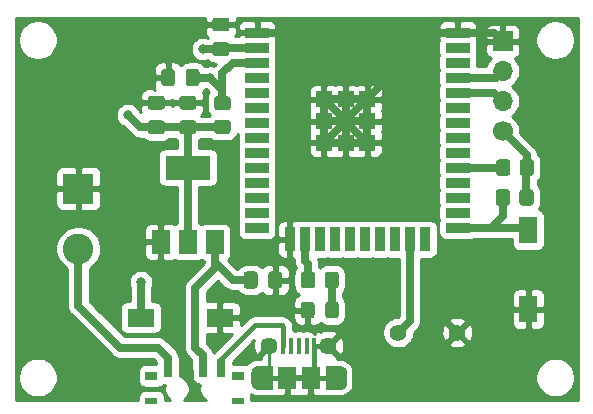
<source format=gtl>
G04 #@! TF.GenerationSoftware,KiCad,Pcbnew,(5.1.9)-1*
G04 #@! TF.CreationDate,2021-04-10T16:29:16+02:00*
G04 #@! TF.ProjectId,eerste_versie,65657273-7465-45f7-9665-727369652e6b,rev?*
G04 #@! TF.SameCoordinates,Original*
G04 #@! TF.FileFunction,Copper,L1,Top*
G04 #@! TF.FilePolarity,Positive*
%FSLAX46Y46*%
G04 Gerber Fmt 4.6, Leading zero omitted, Abs format (unit mm)*
G04 Created by KiCad (PCBNEW (5.1.9)-1) date 2021-04-10 16:29:16*
%MOMM*%
%LPD*%
G01*
G04 APERTURE LIST*
G04 #@! TA.AperFunction,EtchedComponent*
%ADD10C,0.000100*%
G04 #@! TD*
G04 #@! TA.AperFunction,SMDPad,CuDef*
%ADD11R,0.998220X0.797560*%
G04 #@! TD*
G04 #@! TA.AperFunction,SMDPad,CuDef*
%ADD12R,0.998220X0.599440*%
G04 #@! TD*
G04 #@! TA.AperFunction,SMDPad,CuDef*
%ADD13R,0.698500X1.498600*%
G04 #@! TD*
G04 #@! TA.AperFunction,ComponentPad*
%ADD14R,2.600000X2.600000*%
G04 #@! TD*
G04 #@! TA.AperFunction,ComponentPad*
%ADD15C,2.600000*%
G04 #@! TD*
G04 #@! TA.AperFunction,ComponentPad*
%ADD16R,1.700000X1.700000*%
G04 #@! TD*
G04 #@! TA.AperFunction,ComponentPad*
%ADD17O,1.700000X1.700000*%
G04 #@! TD*
G04 #@! TA.AperFunction,ComponentPad*
%ADD18C,1.700000*%
G04 #@! TD*
G04 #@! TA.AperFunction,SMDPad,CuDef*
%ADD19R,0.400000X1.350000*%
G04 #@! TD*
G04 #@! TA.AperFunction,ComponentPad*
%ADD20C,1.450000*%
G04 #@! TD*
G04 #@! TA.AperFunction,SMDPad,CuDef*
%ADD21R,1.500000X1.900000*%
G04 #@! TD*
G04 #@! TA.AperFunction,ComponentPad*
%ADD22O,0.950000X1.900000*%
G04 #@! TD*
G04 #@! TA.AperFunction,SMDPad,CuDef*
%ADD23R,2.300000X1.500000*%
G04 #@! TD*
G04 #@! TA.AperFunction,SMDPad,CuDef*
%ADD24R,1.500000X2.300000*%
G04 #@! TD*
G04 #@! TA.AperFunction,ComponentPad*
%ADD25C,1.408000*%
G04 #@! TD*
G04 #@! TA.AperFunction,SMDPad,CuDef*
%ADD26R,3.800000X2.000000*%
G04 #@! TD*
G04 #@! TA.AperFunction,SMDPad,CuDef*
%ADD27R,1.500000X2.000000*%
G04 #@! TD*
G04 #@! TA.AperFunction,ComponentPad*
%ADD28C,0.762000*%
G04 #@! TD*
G04 #@! TA.AperFunction,SMDPad,CuDef*
%ADD29R,1.330000X1.330000*%
G04 #@! TD*
G04 #@! TA.AperFunction,SMDPad,CuDef*
%ADD30R,0.900000X2.000000*%
G04 #@! TD*
G04 #@! TA.AperFunction,SMDPad,CuDef*
%ADD31R,2.000000X0.900000*%
G04 #@! TD*
G04 #@! TA.AperFunction,ViaPad*
%ADD32C,0.800000*%
G04 #@! TD*
G04 #@! TA.AperFunction,Conductor*
%ADD33C,0.400000*%
G04 #@! TD*
G04 #@! TA.AperFunction,Conductor*
%ADD34C,0.254000*%
G04 #@! TD*
G04 #@! TA.AperFunction,Conductor*
%ADD35C,0.635000*%
G04 #@! TD*
G04 #@! TA.AperFunction,Conductor*
%ADD36C,0.100000*%
G04 #@! TD*
G04 APERTURE END LIST*
D10*
G36*
X138628000Y-134940000D02*
G01*
X137428000Y-134940000D01*
X137428000Y-136840000D01*
X138628000Y-136840000D01*
X138652860Y-136839349D01*
X138677651Y-136837398D01*
X138702306Y-136834152D01*
X138726758Y-136829620D01*
X138750939Y-136823815D01*
X138774783Y-136816752D01*
X138798225Y-136808451D01*
X138821200Y-136798934D01*
X138843645Y-136788228D01*
X138865500Y-136776362D01*
X138886704Y-136763369D01*
X138907198Y-136749283D01*
X138926927Y-136734144D01*
X138945837Y-136717994D01*
X138963876Y-136700876D01*
X138980994Y-136682837D01*
X138997144Y-136663927D01*
X139012283Y-136644198D01*
X139026369Y-136623704D01*
X139039362Y-136602500D01*
X139051228Y-136580645D01*
X139061934Y-136558200D01*
X139071451Y-136535225D01*
X139079752Y-136511783D01*
X139086815Y-136487939D01*
X139092620Y-136463758D01*
X139097152Y-136439306D01*
X139100398Y-136414651D01*
X139102349Y-136389860D01*
X139103000Y-136365000D01*
X139103000Y-135415000D01*
X139102349Y-135390140D01*
X139100398Y-135365349D01*
X139097152Y-135340694D01*
X139092620Y-135316242D01*
X139086815Y-135292061D01*
X139079752Y-135268217D01*
X139071451Y-135244775D01*
X139061934Y-135221800D01*
X139051228Y-135199355D01*
X139039362Y-135177500D01*
X139026369Y-135156296D01*
X139012283Y-135135802D01*
X138997144Y-135116073D01*
X138980994Y-135097163D01*
X138963876Y-135079124D01*
X138945837Y-135062006D01*
X138926927Y-135045856D01*
X138907198Y-135030717D01*
X138886704Y-135016631D01*
X138865500Y-135003638D01*
X138843645Y-134991772D01*
X138821200Y-134981066D01*
X138798225Y-134971549D01*
X138774783Y-134963248D01*
X138750939Y-134956185D01*
X138726758Y-134950380D01*
X138702306Y-134945848D01*
X138677651Y-134942602D01*
X138652860Y-134940651D01*
X138628000Y-134940000D01*
G37*
X138628000Y-134940000D02*
X137428000Y-134940000D01*
X137428000Y-136840000D01*
X138628000Y-136840000D01*
X138652860Y-136839349D01*
X138677651Y-136837398D01*
X138702306Y-136834152D01*
X138726758Y-136829620D01*
X138750939Y-136823815D01*
X138774783Y-136816752D01*
X138798225Y-136808451D01*
X138821200Y-136798934D01*
X138843645Y-136788228D01*
X138865500Y-136776362D01*
X138886704Y-136763369D01*
X138907198Y-136749283D01*
X138926927Y-136734144D01*
X138945837Y-136717994D01*
X138963876Y-136700876D01*
X138980994Y-136682837D01*
X138997144Y-136663927D01*
X139012283Y-136644198D01*
X139026369Y-136623704D01*
X139039362Y-136602500D01*
X139051228Y-136580645D01*
X139061934Y-136558200D01*
X139071451Y-136535225D01*
X139079752Y-136511783D01*
X139086815Y-136487939D01*
X139092620Y-136463758D01*
X139097152Y-136439306D01*
X139100398Y-136414651D01*
X139102349Y-136389860D01*
X139103000Y-136365000D01*
X139103000Y-135415000D01*
X139102349Y-135390140D01*
X139100398Y-135365349D01*
X139097152Y-135340694D01*
X139092620Y-135316242D01*
X139086815Y-135292061D01*
X139079752Y-135268217D01*
X139071451Y-135244775D01*
X139061934Y-135221800D01*
X139051228Y-135199355D01*
X139039362Y-135177500D01*
X139026369Y-135156296D01*
X139012283Y-135135802D01*
X138997144Y-135116073D01*
X138980994Y-135097163D01*
X138963876Y-135079124D01*
X138945837Y-135062006D01*
X138926927Y-135045856D01*
X138907198Y-135030717D01*
X138886704Y-135016631D01*
X138865500Y-135003638D01*
X138843645Y-134991772D01*
X138821200Y-134981066D01*
X138798225Y-134971549D01*
X138774783Y-134963248D01*
X138750939Y-134956185D01*
X138726758Y-134950380D01*
X138702306Y-134945848D01*
X138677651Y-134942602D01*
X138652860Y-134940651D01*
X138628000Y-134940000D01*
G36*
X131628000Y-134940000D02*
G01*
X132828000Y-134940000D01*
X132828000Y-136840000D01*
X131628000Y-136840000D01*
X131603140Y-136839349D01*
X131578349Y-136837398D01*
X131553694Y-136834152D01*
X131529242Y-136829620D01*
X131505061Y-136823815D01*
X131481217Y-136816752D01*
X131457775Y-136808451D01*
X131434800Y-136798934D01*
X131412355Y-136788228D01*
X131390500Y-136776362D01*
X131369296Y-136763369D01*
X131348802Y-136749283D01*
X131329073Y-136734144D01*
X131310163Y-136717994D01*
X131292124Y-136700876D01*
X131275006Y-136682837D01*
X131258856Y-136663927D01*
X131243717Y-136644198D01*
X131229631Y-136623704D01*
X131216638Y-136602500D01*
X131204772Y-136580645D01*
X131194066Y-136558200D01*
X131184549Y-136535225D01*
X131176248Y-136511783D01*
X131169185Y-136487939D01*
X131163380Y-136463758D01*
X131158848Y-136439306D01*
X131155602Y-136414651D01*
X131153651Y-136389860D01*
X131153000Y-136365000D01*
X131153000Y-135415000D01*
X131153651Y-135390140D01*
X131155602Y-135365349D01*
X131158848Y-135340694D01*
X131163380Y-135316242D01*
X131169185Y-135292061D01*
X131176248Y-135268217D01*
X131184549Y-135244775D01*
X131194066Y-135221800D01*
X131204772Y-135199355D01*
X131216638Y-135177500D01*
X131229631Y-135156296D01*
X131243717Y-135135802D01*
X131258856Y-135116073D01*
X131275006Y-135097163D01*
X131292124Y-135079124D01*
X131310163Y-135062006D01*
X131329073Y-135045856D01*
X131348802Y-135030717D01*
X131369296Y-135016631D01*
X131390500Y-135003638D01*
X131412355Y-134991772D01*
X131434800Y-134981066D01*
X131457775Y-134971549D01*
X131481217Y-134963248D01*
X131505061Y-134956185D01*
X131529242Y-134950380D01*
X131553694Y-134945848D01*
X131578349Y-134942602D01*
X131603140Y-134940651D01*
X131628000Y-134940000D01*
G37*
X131628000Y-134940000D02*
X132828000Y-134940000D01*
X132828000Y-136840000D01*
X131628000Y-136840000D01*
X131603140Y-136839349D01*
X131578349Y-136837398D01*
X131553694Y-136834152D01*
X131529242Y-136829620D01*
X131505061Y-136823815D01*
X131481217Y-136816752D01*
X131457775Y-136808451D01*
X131434800Y-136798934D01*
X131412355Y-136788228D01*
X131390500Y-136776362D01*
X131369296Y-136763369D01*
X131348802Y-136749283D01*
X131329073Y-136734144D01*
X131310163Y-136717994D01*
X131292124Y-136700876D01*
X131275006Y-136682837D01*
X131258856Y-136663927D01*
X131243717Y-136644198D01*
X131229631Y-136623704D01*
X131216638Y-136602500D01*
X131204772Y-136580645D01*
X131194066Y-136558200D01*
X131184549Y-136535225D01*
X131176248Y-136511783D01*
X131169185Y-136487939D01*
X131163380Y-136463758D01*
X131158848Y-136439306D01*
X131155602Y-136414651D01*
X131153651Y-136389860D01*
X131153000Y-136365000D01*
X131153000Y-135415000D01*
X131153651Y-135390140D01*
X131155602Y-135365349D01*
X131158848Y-135340694D01*
X131163380Y-135316242D01*
X131169185Y-135292061D01*
X131176248Y-135268217D01*
X131184549Y-135244775D01*
X131194066Y-135221800D01*
X131204772Y-135199355D01*
X131216638Y-135177500D01*
X131229631Y-135156296D01*
X131243717Y-135135802D01*
X131258856Y-135116073D01*
X131275006Y-135097163D01*
X131292124Y-135079124D01*
X131310163Y-135062006D01*
X131329073Y-135045856D01*
X131348802Y-135030717D01*
X131369296Y-135016631D01*
X131390500Y-135003638D01*
X131412355Y-134991772D01*
X131434800Y-134981066D01*
X131457775Y-134971549D01*
X131481217Y-134963248D01*
X131505061Y-134956185D01*
X131529242Y-134950380D01*
X131553694Y-134945848D01*
X131578349Y-134942602D01*
X131603140Y-134940651D01*
X131628000Y-134940000D01*
D11*
X122651520Y-135742680D03*
D12*
X122651520Y-137840720D03*
D11*
X129951480Y-135742680D03*
D12*
X129951480Y-137840720D03*
D13*
X124053600Y-135094980D03*
X127050800Y-135094980D03*
X128549400Y-135094980D03*
G04 #@! TA.AperFunction,SMDPad,CuDef*
G36*
G01*
X153032000Y-117659999D02*
X153032000Y-118560001D01*
G75*
G02*
X152782001Y-118810000I-249999J0D01*
G01*
X152081999Y-118810000D01*
G75*
G02*
X151832000Y-118560001I0J249999D01*
G01*
X151832000Y-117659999D01*
G75*
G02*
X152081999Y-117410000I249999J0D01*
G01*
X152782001Y-117410000D01*
G75*
G02*
X153032000Y-117659999I0J-249999D01*
G01*
G37*
G04 #@! TD.AperFunction*
G04 #@! TA.AperFunction,SMDPad,CuDef*
G36*
G01*
X155032000Y-117659999D02*
X155032000Y-118560001D01*
G75*
G02*
X154782001Y-118810000I-249999J0D01*
G01*
X154081999Y-118810000D01*
G75*
G02*
X153832000Y-118560001I0J249999D01*
G01*
X153832000Y-117659999D01*
G75*
G02*
X154081999Y-117410000I249999J0D01*
G01*
X154782001Y-117410000D01*
G75*
G02*
X155032000Y-117659999I0J-249999D01*
G01*
G37*
G04 #@! TD.AperFunction*
D14*
X116459000Y-119888000D03*
D15*
X116459000Y-124968000D03*
D16*
X152400000Y-107410000D03*
D17*
X152400000Y-109950000D03*
X152400000Y-112490000D03*
D18*
X152400000Y-115030000D03*
G04 #@! TA.AperFunction,SMDPad,CuDef*
G36*
G01*
X125255000Y-114115000D02*
X126205000Y-114115000D01*
G75*
G02*
X126455000Y-114365000I0J-250000D01*
G01*
X126455000Y-115040000D01*
G75*
G02*
X126205000Y-115290000I-250000J0D01*
G01*
X125255000Y-115290000D01*
G75*
G02*
X125005000Y-115040000I0J250000D01*
G01*
X125005000Y-114365000D01*
G75*
G02*
X125255000Y-114115000I250000J0D01*
G01*
G37*
G04 #@! TD.AperFunction*
G04 #@! TA.AperFunction,SMDPad,CuDef*
G36*
G01*
X125255000Y-112040000D02*
X126205000Y-112040000D01*
G75*
G02*
X126455000Y-112290000I0J-250000D01*
G01*
X126455000Y-112965000D01*
G75*
G02*
X126205000Y-113215000I-250000J0D01*
G01*
X125255000Y-113215000D01*
G75*
G02*
X125005000Y-112965000I0J250000D01*
G01*
X125005000Y-112290000D01*
G75*
G02*
X125255000Y-112040000I250000J0D01*
G01*
G37*
G04 #@! TD.AperFunction*
G04 #@! TA.AperFunction,SMDPad,CuDef*
G36*
G01*
X123538000Y-113215000D02*
X122588000Y-113215000D01*
G75*
G02*
X122338000Y-112965000I0J250000D01*
G01*
X122338000Y-112290000D01*
G75*
G02*
X122588000Y-112040000I250000J0D01*
G01*
X123538000Y-112040000D01*
G75*
G02*
X123788000Y-112290000I0J-250000D01*
G01*
X123788000Y-112965000D01*
G75*
G02*
X123538000Y-113215000I-250000J0D01*
G01*
G37*
G04 #@! TD.AperFunction*
G04 #@! TA.AperFunction,SMDPad,CuDef*
G36*
G01*
X123538000Y-115290000D02*
X122588000Y-115290000D01*
G75*
G02*
X122338000Y-115040000I0J250000D01*
G01*
X122338000Y-114365000D01*
G75*
G02*
X122588000Y-114115000I250000J0D01*
G01*
X123538000Y-114115000D01*
G75*
G02*
X123788000Y-114365000I0J-250000D01*
G01*
X123788000Y-115040000D01*
G75*
G02*
X123538000Y-115290000I-250000J0D01*
G01*
G37*
G04 #@! TD.AperFunction*
D19*
X136428000Y-133215000D03*
X135778000Y-133215000D03*
X135128000Y-133215000D03*
X134478000Y-133215000D03*
X133828000Y-133215000D03*
D20*
X137628000Y-133190000D03*
X132628000Y-133190000D03*
D21*
X136128000Y-135890000D03*
X134128000Y-135890000D03*
D22*
X138628000Y-135890000D03*
X131628000Y-135890000D03*
D23*
X128445000Y-130810000D03*
X121745000Y-130810000D03*
D24*
X154559000Y-123396000D03*
X154559000Y-130096000D03*
G04 #@! TA.AperFunction,SMDPad,CuDef*
G36*
G01*
X136506000Y-127184999D02*
X136506000Y-128085001D01*
G75*
G02*
X136256001Y-128335000I-249999J0D01*
G01*
X135555999Y-128335000D01*
G75*
G02*
X135306000Y-128085001I0J249999D01*
G01*
X135306000Y-127184999D01*
G75*
G02*
X135555999Y-126935000I249999J0D01*
G01*
X136256001Y-126935000D01*
G75*
G02*
X136506000Y-127184999I0J-249999D01*
G01*
G37*
G04 #@! TD.AperFunction*
G04 #@! TA.AperFunction,SMDPad,CuDef*
G36*
G01*
X138506000Y-127184999D02*
X138506000Y-128085001D01*
G75*
G02*
X138256001Y-128335000I-249999J0D01*
G01*
X137555999Y-128335000D01*
G75*
G02*
X137306000Y-128085001I0J249999D01*
G01*
X137306000Y-127184999D01*
G75*
G02*
X137555999Y-126935000I249999J0D01*
G01*
X138256001Y-126935000D01*
G75*
G02*
X138506000Y-127184999I0J-249999D01*
G01*
G37*
G04 #@! TD.AperFunction*
G04 #@! TA.AperFunction,SMDPad,CuDef*
G36*
G01*
X137356000Y-130625001D02*
X137356000Y-129724999D01*
G75*
G02*
X137605999Y-129475000I249999J0D01*
G01*
X138256001Y-129475000D01*
G75*
G02*
X138506000Y-129724999I0J-249999D01*
G01*
X138506000Y-130625001D01*
G75*
G02*
X138256001Y-130875000I-249999J0D01*
G01*
X137605999Y-130875000D01*
G75*
G02*
X137356000Y-130625001I0J249999D01*
G01*
G37*
G04 #@! TD.AperFunction*
G04 #@! TA.AperFunction,SMDPad,CuDef*
G36*
G01*
X135306000Y-130625001D02*
X135306000Y-129724999D01*
G75*
G02*
X135555999Y-129475000I249999J0D01*
G01*
X136206001Y-129475000D01*
G75*
G02*
X136456000Y-129724999I0J-249999D01*
G01*
X136456000Y-130625001D01*
G75*
G02*
X136206001Y-130875000I-249999J0D01*
G01*
X135555999Y-130875000D01*
G75*
G02*
X135306000Y-130625001I0J249999D01*
G01*
G37*
G04 #@! TD.AperFunction*
D25*
X148550000Y-132080000D03*
X143550000Y-132080000D03*
G04 #@! TA.AperFunction,SMDPad,CuDef*
G36*
G01*
X126720000Y-110015000D02*
X126720000Y-110965000D01*
G75*
G02*
X126470000Y-111215000I-250000J0D01*
G01*
X125795000Y-111215000D01*
G75*
G02*
X125545000Y-110965000I0J250000D01*
G01*
X125545000Y-110015000D01*
G75*
G02*
X125795000Y-109765000I250000J0D01*
G01*
X126470000Y-109765000D01*
G75*
G02*
X126720000Y-110015000I0J-250000D01*
G01*
G37*
G04 #@! TD.AperFunction*
G04 #@! TA.AperFunction,SMDPad,CuDef*
G36*
G01*
X124645000Y-110015000D02*
X124645000Y-110965000D01*
G75*
G02*
X124395000Y-111215000I-250000J0D01*
G01*
X123720000Y-111215000D01*
G75*
G02*
X123470000Y-110965000I0J250000D01*
G01*
X123470000Y-110015000D01*
G75*
G02*
X123720000Y-109765000I250000J0D01*
G01*
X124395000Y-109765000D01*
G75*
G02*
X124645000Y-110015000I0J-250000D01*
G01*
G37*
G04 #@! TD.AperFunction*
G04 #@! TA.AperFunction,SMDPad,CuDef*
G36*
G01*
X153000000Y-120199999D02*
X153000000Y-121100001D01*
G75*
G02*
X152750001Y-121350000I-249999J0D01*
G01*
X152049999Y-121350000D01*
G75*
G02*
X151800000Y-121100001I0J249999D01*
G01*
X151800000Y-120199999D01*
G75*
G02*
X152049999Y-119950000I249999J0D01*
G01*
X152750001Y-119950000D01*
G75*
G02*
X153000000Y-120199999I0J-249999D01*
G01*
G37*
G04 #@! TD.AperFunction*
G04 #@! TA.AperFunction,SMDPad,CuDef*
G36*
G01*
X155000000Y-120199999D02*
X155000000Y-121100001D01*
G75*
G02*
X154750001Y-121350000I-249999J0D01*
G01*
X154049999Y-121350000D01*
G75*
G02*
X153800000Y-121100001I0J249999D01*
G01*
X153800000Y-120199999D01*
G75*
G02*
X154049999Y-119950000I249999J0D01*
G01*
X154750001Y-119950000D01*
G75*
G02*
X155000000Y-120199999I0J-249999D01*
G01*
G37*
G04 #@! TD.AperFunction*
G04 #@! TA.AperFunction,SMDPad,CuDef*
G36*
G01*
X128049000Y-107489500D02*
X128999000Y-107489500D01*
G75*
G02*
X129249000Y-107739500I0J-250000D01*
G01*
X129249000Y-108414500D01*
G75*
G02*
X128999000Y-108664500I-250000J0D01*
G01*
X128049000Y-108664500D01*
G75*
G02*
X127799000Y-108414500I0J250000D01*
G01*
X127799000Y-107739500D01*
G75*
G02*
X128049000Y-107489500I250000J0D01*
G01*
G37*
G04 #@! TD.AperFunction*
G04 #@! TA.AperFunction,SMDPad,CuDef*
G36*
G01*
X128049000Y-105414500D02*
X128999000Y-105414500D01*
G75*
G02*
X129249000Y-105664500I0J-250000D01*
G01*
X129249000Y-106339500D01*
G75*
G02*
X128999000Y-106589500I-250000J0D01*
G01*
X128049000Y-106589500D01*
G75*
G02*
X127799000Y-106339500I0J250000D01*
G01*
X127799000Y-105664500D01*
G75*
G02*
X128049000Y-105414500I250000J0D01*
G01*
G37*
G04 #@! TD.AperFunction*
G04 #@! TA.AperFunction,SMDPad,CuDef*
G36*
G01*
X130455000Y-128110000D02*
X130455000Y-127160000D01*
G75*
G02*
X130705000Y-126910000I250000J0D01*
G01*
X131380000Y-126910000D01*
G75*
G02*
X131630000Y-127160000I0J-250000D01*
G01*
X131630000Y-128110000D01*
G75*
G02*
X131380000Y-128360000I-250000J0D01*
G01*
X130705000Y-128360000D01*
G75*
G02*
X130455000Y-128110000I0J250000D01*
G01*
G37*
G04 #@! TD.AperFunction*
G04 #@! TA.AperFunction,SMDPad,CuDef*
G36*
G01*
X132530000Y-128110000D02*
X132530000Y-127160000D01*
G75*
G02*
X132780000Y-126910000I250000J0D01*
G01*
X133455000Y-126910000D01*
G75*
G02*
X133705000Y-127160000I0J-250000D01*
G01*
X133705000Y-128110000D01*
G75*
G02*
X133455000Y-128360000I-250000J0D01*
G01*
X132780000Y-128360000D01*
G75*
G02*
X132530000Y-128110000I0J250000D01*
G01*
G37*
G04 #@! TD.AperFunction*
D26*
X125730000Y-118110000D03*
D27*
X125730000Y-124410000D03*
X128030000Y-124410000D03*
X123430000Y-124410000D03*
D28*
X140007500Y-116015000D03*
X138172500Y-116015000D03*
X140007500Y-112345000D03*
X138172500Y-112345000D03*
X140007500Y-114180000D03*
X138172500Y-114180000D03*
X140925000Y-115097500D03*
X139090000Y-115097500D03*
X137255000Y-115097500D03*
X140925000Y-113262500D03*
X137255000Y-113262500D03*
X139090000Y-113262500D03*
D29*
X140925000Y-116015000D03*
X137255000Y-116015000D03*
X139090000Y-116015000D03*
X140925000Y-112345000D03*
X137255000Y-112345000D03*
X139090000Y-112345000D03*
X140925000Y-114180000D03*
X137255000Y-114180000D03*
X139090000Y-114180000D03*
D30*
X134375000Y-124190000D03*
X135645000Y-124190000D03*
X136915000Y-124190000D03*
X138185000Y-124190000D03*
X139455000Y-124190000D03*
X145805000Y-124190000D03*
X144535000Y-124190000D03*
X143265000Y-124190000D03*
X141995000Y-124190000D03*
X140725000Y-124190000D03*
D31*
X148590000Y-106680000D03*
X148590000Y-107950000D03*
X148590000Y-109220000D03*
X148590000Y-110490000D03*
X148590000Y-111760000D03*
X148590000Y-113030000D03*
X148590000Y-114300000D03*
X148590000Y-115570000D03*
X148590000Y-116840000D03*
X148590000Y-118110000D03*
X148590000Y-119380000D03*
X148590000Y-120650000D03*
X148590000Y-121920000D03*
X148590000Y-123190000D03*
X131590000Y-106680000D03*
X131590000Y-107950000D03*
X131590000Y-109220000D03*
X131590000Y-110490000D03*
X131590000Y-111760000D03*
X131590000Y-113030000D03*
X131590000Y-114300000D03*
X131590000Y-115570000D03*
X131590000Y-116840000D03*
X131590000Y-118110000D03*
X131590000Y-119380000D03*
X131590000Y-120650000D03*
X131590000Y-121920000D03*
X131590000Y-123190000D03*
G04 #@! TA.AperFunction,SMDPad,CuDef*
G36*
G01*
X129101001Y-113265000D02*
X128200999Y-113265000D01*
G75*
G02*
X127951000Y-113015001I0J249999D01*
G01*
X127951000Y-112314999D01*
G75*
G02*
X128200999Y-112065000I249999J0D01*
G01*
X129101001Y-112065000D01*
G75*
G02*
X129351000Y-112314999I0J-249999D01*
G01*
X129351000Y-113015001D01*
G75*
G02*
X129101001Y-113265000I-249999J0D01*
G01*
G37*
G04 #@! TD.AperFunction*
G04 #@! TA.AperFunction,SMDPad,CuDef*
G36*
G01*
X129101001Y-115265000D02*
X128200999Y-115265000D01*
G75*
G02*
X127951000Y-115015001I0J249999D01*
G01*
X127951000Y-114314999D01*
G75*
G02*
X128200999Y-114065000I249999J0D01*
G01*
X129101001Y-114065000D01*
G75*
G02*
X129351000Y-114314999I0J-249999D01*
G01*
X129351000Y-115015001D01*
G75*
G02*
X129101001Y-115265000I-249999J0D01*
G01*
G37*
G04 #@! TD.AperFunction*
D32*
X120650000Y-113665000D03*
X127000000Y-108077000D03*
X127635000Y-110490000D03*
X121745000Y-127810000D03*
D33*
X136128000Y-135890000D02*
X134128000Y-135890000D01*
X134128000Y-135890000D02*
X131628000Y-135890000D01*
X136428000Y-135590000D02*
X136428000Y-133215000D01*
D34*
X136128000Y-135890000D02*
X136428000Y-135590000D01*
X136453000Y-133190000D02*
X136428000Y-133215000D01*
D33*
X137628000Y-133190000D02*
X136453000Y-133190000D01*
X138628000Y-135890000D02*
X136128000Y-135890000D01*
D35*
X137255000Y-112345000D02*
X140925000Y-112345000D01*
X140925000Y-112345000D02*
X140925000Y-116015000D01*
X140925000Y-116015000D02*
X137255000Y-116015000D01*
X137255000Y-116015000D02*
X137255000Y-112345000D01*
X137255000Y-116015000D02*
X140925000Y-112345000D01*
X140925000Y-116015000D02*
X137255000Y-112345000D01*
X137255000Y-114180000D02*
X140925000Y-114180000D01*
X139090000Y-116015000D02*
X139090000Y-112345000D01*
X146590000Y-106680000D02*
X140925000Y-112345000D01*
X148590000Y-106680000D02*
X146590000Y-106680000D01*
X151670000Y-106680000D02*
X148590000Y-106680000D01*
X152400000Y-107410000D02*
X151670000Y-106680000D01*
D34*
X132628000Y-134890000D02*
X131628000Y-135890000D01*
X132628000Y-133190000D02*
X132628000Y-134890000D01*
D35*
X131590000Y-106680000D02*
X148590000Y-106680000D01*
X151384000Y-123190000D02*
X150241000Y-123190000D01*
X152400000Y-122174000D02*
X151384000Y-123190000D01*
X152400000Y-120650000D02*
X152400000Y-122174000D01*
X150241000Y-123190000D02*
X150495000Y-123190000D01*
X148590000Y-123190000D02*
X150241000Y-123190000D01*
X154353000Y-123190000D02*
X154559000Y-123396000D01*
X151384000Y-123190000D02*
X154353000Y-123190000D01*
X128672500Y-107950000D02*
X131590000Y-107950000D01*
X123063000Y-114702500D02*
X128613500Y-114702500D01*
X125730000Y-118110000D02*
X125730000Y-114702500D01*
X125730000Y-124410000D02*
X125730000Y-118110000D01*
X123063000Y-114702500D02*
X121687500Y-114702500D01*
X121687500Y-114702500D02*
X120650000Y-113665000D01*
X120650000Y-113665000D02*
X120650000Y-113665000D01*
X128524000Y-108077000D02*
X127000000Y-108077000D01*
X127000000Y-108077000D02*
X127000000Y-108077000D01*
X154400000Y-118142000D02*
X154432000Y-118110000D01*
X154400000Y-120650000D02*
X154400000Y-118142000D01*
X154432000Y-117062000D02*
X152400000Y-115030000D01*
X154432000Y-118110000D02*
X154432000Y-117062000D01*
X126987300Y-134632700D02*
X127000000Y-134620000D01*
X128143000Y-124523000D02*
X128030000Y-124410000D01*
X128030000Y-126125000D02*
X128030000Y-124410000D01*
X129540000Y-127635000D02*
X128030000Y-126125000D01*
X131042500Y-127635000D02*
X129540000Y-127635000D01*
X126987300Y-135158480D02*
X126987300Y-134632700D01*
X126365000Y-128270000D02*
X128030000Y-126605000D01*
X126365000Y-133375400D02*
X126365000Y-128270000D01*
X126987300Y-133997700D02*
X126365000Y-133375400D01*
X128030000Y-126605000D02*
X128030000Y-126125000D01*
X126987300Y-135158480D02*
X126987300Y-133997700D01*
X121745000Y-130810000D02*
X121745000Y-127810000D01*
X121745000Y-127810000D02*
X121745000Y-127810000D01*
X127635000Y-110490000D02*
X127635000Y-110490000D01*
X121745000Y-127810000D02*
X121745000Y-127810000D01*
X129540000Y-109220000D02*
X131590000Y-109220000D01*
X128651000Y-110109000D02*
X129540000Y-109220000D01*
X127635000Y-110490000D02*
X128651000Y-111506000D01*
X126132500Y-110490000D02*
X127635000Y-110490000D01*
X128651000Y-111506000D02*
X128651000Y-110109000D01*
X128651000Y-112665000D02*
X128651000Y-111506000D01*
X144535000Y-131095000D02*
X143550000Y-132080000D01*
X144535000Y-124190000D02*
X144535000Y-131095000D01*
X137906000Y-130150000D02*
X137931000Y-130175000D01*
X137906000Y-127635000D02*
X137906000Y-130150000D01*
X135645000Y-124190000D02*
X135645000Y-125993000D01*
X135906000Y-126254000D02*
X135906000Y-127635000D01*
X135645000Y-125993000D02*
X135906000Y-126254000D01*
X151860000Y-110490000D02*
X148590000Y-110490000D01*
X152400000Y-109950000D02*
X151860000Y-110490000D01*
X151670000Y-111760000D02*
X148590000Y-111760000D01*
X152400000Y-112490000D02*
X151670000Y-111760000D01*
D33*
X133828000Y-131602000D02*
X133828000Y-133215000D01*
D34*
X133828000Y-131602000D02*
X133828000Y-131602000D01*
D33*
X128485900Y-135158480D02*
X128485900Y-134404100D01*
X128485900Y-134404100D02*
X131445000Y-131445000D01*
X133671000Y-131445000D02*
X133828000Y-131602000D01*
X131445000Y-131445000D02*
X133671000Y-131445000D01*
D35*
X116459000Y-129794000D02*
X116459000Y-124968000D01*
X120015000Y-133350000D02*
X116459000Y-129794000D01*
X123190000Y-133350000D02*
X120015000Y-133350000D01*
X124053600Y-134213600D02*
X123190000Y-133350000D01*
X124053600Y-135094980D02*
X124053600Y-134213600D01*
X148590000Y-118110000D02*
X152432000Y-118110000D01*
D34*
X127164000Y-105716250D02*
X127322750Y-105875000D01*
X128397000Y-105875000D01*
X128397000Y-105855000D01*
X128651000Y-105855000D01*
X128651000Y-105875000D01*
X129725250Y-105875000D01*
X129884000Y-105716250D01*
X129886863Y-105435000D01*
X158725001Y-105435000D01*
X158725000Y-137770000D01*
X131088662Y-137770000D01*
X131088662Y-137541000D01*
X131076402Y-137416518D01*
X131044644Y-137311827D01*
X131116914Y-137358487D01*
X131183699Y-137382231D01*
X131191767Y-137385640D01*
X131214742Y-137395157D01*
X131226455Y-137398716D01*
X131237459Y-137404059D01*
X131245797Y-137407077D01*
X131269238Y-137415378D01*
X131281105Y-137418315D01*
X131292367Y-137423072D01*
X131300851Y-137425650D01*
X131324695Y-137432713D01*
X131326862Y-137433130D01*
X131330062Y-137434268D01*
X131330621Y-137433854D01*
X131336711Y-137435027D01*
X131348212Y-137439190D01*
X131356820Y-137441321D01*
X131381001Y-137447126D01*
X131393110Y-137448806D01*
X131404804Y-137452359D01*
X131413511Y-137454036D01*
X131437963Y-137458568D01*
X131450149Y-137459613D01*
X131462018Y-137462550D01*
X131470801Y-137463769D01*
X131495456Y-137467015D01*
X131500998Y-137467199D01*
X131500998Y-137475000D01*
X131620849Y-137475000D01*
X131628000Y-137475050D01*
X132828000Y-137475050D01*
X132887437Y-137469222D01*
X132946997Y-137463802D01*
X132949133Y-137463173D01*
X132951349Y-137462956D01*
X133008574Y-137445679D01*
X133065894Y-137428808D01*
X133067866Y-137427777D01*
X133069999Y-137427133D01*
X133099772Y-137411303D01*
X133133820Y-137429502D01*
X133253518Y-137465812D01*
X133378000Y-137478072D01*
X133842250Y-137475000D01*
X134001000Y-137316250D01*
X134001000Y-136017000D01*
X134255000Y-136017000D01*
X134255000Y-137316250D01*
X134413750Y-137475000D01*
X134878000Y-137478072D01*
X135002482Y-137465812D01*
X135122180Y-137429502D01*
X135128000Y-137426391D01*
X135133820Y-137429502D01*
X135253518Y-137465812D01*
X135378000Y-137478072D01*
X135842250Y-137475000D01*
X136001000Y-137316250D01*
X136001000Y-136017000D01*
X134255000Y-136017000D01*
X134001000Y-136017000D01*
X133981000Y-136017000D01*
X133981000Y-135763000D01*
X134001000Y-135763000D01*
X134001000Y-135743000D01*
X134255000Y-135743000D01*
X134255000Y-135763000D01*
X136001000Y-135763000D01*
X136001000Y-135743000D01*
X136255000Y-135743000D01*
X136255000Y-135763000D01*
X136275000Y-135763000D01*
X136275000Y-136017000D01*
X136255000Y-136017000D01*
X136255000Y-137316250D01*
X136413750Y-137475000D01*
X136878000Y-137478072D01*
X137002482Y-137465812D01*
X137122180Y-137429502D01*
X137155748Y-137411559D01*
X137177827Y-137423697D01*
X137179951Y-137424371D01*
X137181908Y-137425429D01*
X137238955Y-137443088D01*
X137295966Y-137461173D01*
X137298181Y-137461421D01*
X137300305Y-137462079D01*
X137359738Y-137468326D01*
X137419133Y-137474988D01*
X137423404Y-137475018D01*
X137423567Y-137475035D01*
X137423730Y-137475020D01*
X137428000Y-137475050D01*
X138628000Y-137475050D01*
X138628510Y-137475000D01*
X138635724Y-137475000D01*
X138635759Y-137475003D01*
X138635915Y-137475000D01*
X138755002Y-137475000D01*
X138755002Y-137467705D01*
X138760544Y-137467015D01*
X138785200Y-137463769D01*
X138797110Y-137460997D01*
X138809307Y-137460123D01*
X138818037Y-137458568D01*
X138842488Y-137454036D01*
X138854234Y-137450646D01*
X138866363Y-137449135D01*
X138874999Y-137447126D01*
X138899180Y-137441321D01*
X138910744Y-137437317D01*
X138922785Y-137435172D01*
X138925932Y-137434264D01*
X138925938Y-137434268D01*
X138926028Y-137434236D01*
X138931305Y-137432713D01*
X138955149Y-137425650D01*
X138966477Y-137421050D01*
X138978382Y-137418280D01*
X138986761Y-137415378D01*
X139010203Y-137407078D01*
X139021287Y-137401886D01*
X139033042Y-137398493D01*
X139041258Y-137395157D01*
X139064233Y-137385640D01*
X139067261Y-137384023D01*
X139139086Y-137358487D01*
X139323085Y-137239690D01*
X139480373Y-137087279D01*
X139604905Y-136907111D01*
X139691895Y-136706110D01*
X139738000Y-136492000D01*
X139738000Y-136372151D01*
X139738050Y-136365000D01*
X139738050Y-135724042D01*
X155160000Y-135724042D01*
X155160000Y-136055958D01*
X155224754Y-136381496D01*
X155351772Y-136688147D01*
X155536175Y-136964125D01*
X155770875Y-137198825D01*
X156046853Y-137383228D01*
X156353504Y-137510246D01*
X156679042Y-137575000D01*
X157010958Y-137575000D01*
X157336496Y-137510246D01*
X157643147Y-137383228D01*
X157919125Y-137198825D01*
X158153825Y-136964125D01*
X158338228Y-136688147D01*
X158465246Y-136381496D01*
X158530000Y-136055958D01*
X158530000Y-135724042D01*
X158465246Y-135398504D01*
X158338228Y-135091853D01*
X158153825Y-134815875D01*
X157919125Y-134581175D01*
X157643147Y-134396772D01*
X157336496Y-134269754D01*
X157010958Y-134205000D01*
X156679042Y-134205000D01*
X156353504Y-134269754D01*
X156046853Y-134396772D01*
X155770875Y-134581175D01*
X155536175Y-134815875D01*
X155351772Y-135091853D01*
X155224754Y-135398504D01*
X155160000Y-135724042D01*
X139738050Y-135724042D01*
X139738050Y-135415000D01*
X139738000Y-135414490D01*
X139738000Y-135407277D01*
X139738003Y-135407242D01*
X139738000Y-135407086D01*
X139738000Y-135288000D01*
X139691895Y-135073890D01*
X139604905Y-134872889D01*
X139480373Y-134692721D01*
X139323085Y-134540310D01*
X139139086Y-134421513D01*
X139072301Y-134397769D01*
X139064233Y-134394360D01*
X139041258Y-134384843D01*
X139029545Y-134381284D01*
X139018541Y-134375941D01*
X139010203Y-134372922D01*
X138986761Y-134364622D01*
X138974896Y-134361686D01*
X138963633Y-134356928D01*
X138955149Y-134354350D01*
X138931305Y-134347287D01*
X138929138Y-134346870D01*
X138925938Y-134345732D01*
X138925379Y-134346146D01*
X138919289Y-134344973D01*
X138907788Y-134340810D01*
X138899180Y-134338679D01*
X138874999Y-134332874D01*
X138862890Y-134331194D01*
X138851196Y-134327641D01*
X138842488Y-134325964D01*
X138818037Y-134321432D01*
X138805852Y-134320387D01*
X138793983Y-134317450D01*
X138785200Y-134316231D01*
X138760544Y-134312985D01*
X138755002Y-134312801D01*
X138755002Y-134305000D01*
X138635151Y-134305000D01*
X138628000Y-134304950D01*
X138341034Y-134304950D01*
X138387528Y-134129133D01*
X137628000Y-133369605D01*
X137613858Y-133383748D01*
X137434253Y-133204143D01*
X137448395Y-133190000D01*
X137807605Y-133190000D01*
X138567133Y-133949528D01*
X138803450Y-133887035D01*
X138916850Y-133644322D01*
X138980719Y-133384151D01*
X138992604Y-133116518D01*
X138952048Y-132851709D01*
X138860609Y-132599900D01*
X138803450Y-132492965D01*
X138567133Y-132430472D01*
X137807605Y-133190000D01*
X137448395Y-133190000D01*
X137434253Y-133175858D01*
X137613858Y-132996253D01*
X137628000Y-133010395D01*
X138387528Y-132250867D01*
X138325035Y-132014550D01*
X138082322Y-131901150D01*
X137822151Y-131837281D01*
X137554518Y-131825396D01*
X137289709Y-131865952D01*
X137037900Y-131957391D01*
X136960923Y-131998537D01*
X136881576Y-131954479D01*
X136762474Y-131916259D01*
X136659750Y-131905000D01*
X136501000Y-132063750D01*
X136501000Y-132176322D01*
X136429185Y-132088815D01*
X136332494Y-132009463D01*
X136264218Y-131972968D01*
X136196250Y-131905000D01*
X136105120Y-131914988D01*
X136102482Y-131914188D01*
X135978000Y-131901928D01*
X135578000Y-131901928D01*
X135453518Y-131914188D01*
X135453000Y-131914345D01*
X135452482Y-131914188D01*
X135328000Y-131901928D01*
X134928000Y-131901928D01*
X134803518Y-131914188D01*
X134803000Y-131914345D01*
X134802482Y-131914188D01*
X134678000Y-131901928D01*
X134663000Y-131901928D01*
X134663000Y-131643018D01*
X134667040Y-131602000D01*
X134657074Y-131500812D01*
X134650918Y-131438311D01*
X134603172Y-131280913D01*
X134525636Y-131135854D01*
X134421291Y-131008709D01*
X134389426Y-130982559D01*
X134290445Y-130883577D01*
X134283406Y-130875000D01*
X134667928Y-130875000D01*
X134680188Y-130999482D01*
X134716498Y-131119180D01*
X134775463Y-131229494D01*
X134854815Y-131326185D01*
X134951506Y-131405537D01*
X135061820Y-131464502D01*
X135181518Y-131500812D01*
X135306000Y-131513072D01*
X135595250Y-131510000D01*
X135754000Y-131351250D01*
X135754000Y-130302000D01*
X134829750Y-130302000D01*
X134671000Y-130460750D01*
X134667928Y-130875000D01*
X134283406Y-130875000D01*
X134264291Y-130851709D01*
X134137146Y-130747364D01*
X133992087Y-130669828D01*
X133834689Y-130622082D01*
X133712019Y-130610000D01*
X133712018Y-130610000D01*
X133671000Y-130605960D01*
X133629982Y-130610000D01*
X131486007Y-130610000D01*
X131444999Y-130605961D01*
X131403991Y-130610000D01*
X131403981Y-130610000D01*
X131281311Y-130622082D01*
X131123913Y-130669828D01*
X130978854Y-130747364D01*
X130851709Y-130851709D01*
X130825559Y-130883573D01*
X130232520Y-131476612D01*
X130230000Y-131095750D01*
X130071250Y-130937000D01*
X128572000Y-130937000D01*
X128572000Y-132036250D01*
X128730750Y-132195000D01*
X129511358Y-132197775D01*
X127949493Y-133759640D01*
X127915892Y-133777600D01*
X127871552Y-133631431D01*
X127783106Y-133465959D01*
X127664078Y-133320922D01*
X127627731Y-133291093D01*
X127317500Y-132980862D01*
X127317500Y-132197992D01*
X128159250Y-132195000D01*
X128318000Y-132036250D01*
X128318000Y-130937000D01*
X128298000Y-130937000D01*
X128298000Y-130683000D01*
X128318000Y-130683000D01*
X128318000Y-129583750D01*
X128572000Y-129583750D01*
X128572000Y-130683000D01*
X130071250Y-130683000D01*
X130230000Y-130524250D01*
X130233072Y-130060000D01*
X130220812Y-129935518D01*
X130184502Y-129815820D01*
X130125537Y-129705506D01*
X130046185Y-129608815D01*
X129949494Y-129529463D01*
X129839180Y-129470498D01*
X129719482Y-129434188D01*
X129595000Y-129421928D01*
X128730750Y-129425000D01*
X128572000Y-129583750D01*
X128318000Y-129583750D01*
X128159250Y-129425000D01*
X127317500Y-129422008D01*
X127317500Y-128664538D01*
X128270000Y-127712038D01*
X128833393Y-128275431D01*
X128863222Y-128311778D01*
X129008259Y-128430806D01*
X129173731Y-128519252D01*
X129353277Y-128573717D01*
X129539999Y-128592108D01*
X129586784Y-128587500D01*
X129958104Y-128587500D01*
X129966595Y-128603386D01*
X130077038Y-128737962D01*
X130211614Y-128848405D01*
X130365150Y-128930472D01*
X130531746Y-128981008D01*
X130705000Y-128998072D01*
X131380000Y-128998072D01*
X131553254Y-128981008D01*
X131719850Y-128930472D01*
X131873386Y-128848405D01*
X132007962Y-128737962D01*
X132013342Y-128731406D01*
X132078815Y-128811185D01*
X132175506Y-128890537D01*
X132285820Y-128949502D01*
X132405518Y-128985812D01*
X132530000Y-128998072D01*
X132831750Y-128995000D01*
X132990500Y-128836250D01*
X132990500Y-127762000D01*
X133244500Y-127762000D01*
X133244500Y-128836250D01*
X133403250Y-128995000D01*
X133705000Y-128998072D01*
X133829482Y-128985812D01*
X133949180Y-128949502D01*
X134059494Y-128890537D01*
X134156185Y-128811185D01*
X134235537Y-128714494D01*
X134294502Y-128604180D01*
X134330812Y-128484482D01*
X134343072Y-128360000D01*
X134340000Y-127920750D01*
X134181250Y-127762000D01*
X133244500Y-127762000D01*
X132990500Y-127762000D01*
X132970500Y-127762000D01*
X132970500Y-127508000D01*
X132990500Y-127508000D01*
X132990500Y-126433750D01*
X133244500Y-126433750D01*
X133244500Y-127508000D01*
X134181250Y-127508000D01*
X134340000Y-127349250D01*
X134343072Y-126910000D01*
X134330812Y-126785518D01*
X134294502Y-126665820D01*
X134235537Y-126555506D01*
X134156185Y-126458815D01*
X134059494Y-126379463D01*
X133949180Y-126320498D01*
X133829482Y-126284188D01*
X133705000Y-126271928D01*
X133403250Y-126275000D01*
X133244500Y-126433750D01*
X132990500Y-126433750D01*
X132831750Y-126275000D01*
X132530000Y-126271928D01*
X132405518Y-126284188D01*
X132285820Y-126320498D01*
X132175506Y-126379463D01*
X132078815Y-126458815D01*
X132013342Y-126538594D01*
X132007962Y-126532038D01*
X131873386Y-126421595D01*
X131719850Y-126339528D01*
X131553254Y-126288992D01*
X131380000Y-126271928D01*
X130705000Y-126271928D01*
X130531746Y-126288992D01*
X130365150Y-126339528D01*
X130211614Y-126421595D01*
X130077038Y-126532038D01*
X129966595Y-126666614D01*
X129958104Y-126682500D01*
X129934538Y-126682500D01*
X129166395Y-125914357D01*
X129231185Y-125861185D01*
X129310537Y-125764494D01*
X129369502Y-125654180D01*
X129405812Y-125534482D01*
X129418072Y-125410000D01*
X129418072Y-125190000D01*
X133286928Y-125190000D01*
X133299188Y-125314482D01*
X133335498Y-125434180D01*
X133394463Y-125544494D01*
X133473815Y-125641185D01*
X133570506Y-125720537D01*
X133680820Y-125779502D01*
X133800518Y-125815812D01*
X133925000Y-125828072D01*
X134089250Y-125825000D01*
X134248000Y-125666250D01*
X134248000Y-124317000D01*
X133448750Y-124317000D01*
X133290000Y-124475750D01*
X133286928Y-125190000D01*
X129418072Y-125190000D01*
X129418072Y-123410000D01*
X129405812Y-123285518D01*
X129369502Y-123165820D01*
X129310537Y-123055506D01*
X129231185Y-122958815D01*
X129134494Y-122879463D01*
X129024180Y-122820498D01*
X128904482Y-122784188D01*
X128780000Y-122771928D01*
X127280000Y-122771928D01*
X127155518Y-122784188D01*
X127035820Y-122820498D01*
X126925506Y-122879463D01*
X126880000Y-122916809D01*
X126834494Y-122879463D01*
X126724180Y-122820498D01*
X126682500Y-122807855D01*
X126682500Y-119748072D01*
X127630000Y-119748072D01*
X127754482Y-119735812D01*
X127874180Y-119699502D01*
X127984494Y-119640537D01*
X128081185Y-119561185D01*
X128160537Y-119464494D01*
X128219502Y-119354180D01*
X128255812Y-119234482D01*
X128268072Y-119110000D01*
X128268072Y-117110000D01*
X128255812Y-116985518D01*
X128219502Y-116865820D01*
X128160537Y-116755506D01*
X128081185Y-116658815D01*
X127984494Y-116579463D01*
X127874180Y-116520498D01*
X127754482Y-116484188D01*
X127630000Y-116471928D01*
X126682500Y-116471928D01*
X126682500Y-115786896D01*
X126698386Y-115778405D01*
X126832962Y-115667962D01*
X126843600Y-115655000D01*
X127587706Y-115655000D01*
X127707613Y-115753405D01*
X127861149Y-115835472D01*
X128027745Y-115886008D01*
X128200999Y-115903072D01*
X129101001Y-115903072D01*
X129274255Y-115886008D01*
X129440851Y-115835472D01*
X129594387Y-115753405D01*
X129728962Y-115642962D01*
X129839405Y-115508387D01*
X129921472Y-115354851D01*
X129951928Y-115254450D01*
X129951928Y-116020000D01*
X129964188Y-116144482D01*
X129982546Y-116205000D01*
X129964188Y-116265518D01*
X129951928Y-116390000D01*
X129951928Y-117290000D01*
X129964188Y-117414482D01*
X129982546Y-117475000D01*
X129964188Y-117535518D01*
X129951928Y-117660000D01*
X129951928Y-118560000D01*
X129964188Y-118684482D01*
X129982546Y-118745000D01*
X129964188Y-118805518D01*
X129951928Y-118930000D01*
X129951928Y-119830000D01*
X129964188Y-119954482D01*
X129982546Y-120015000D01*
X129964188Y-120075518D01*
X129951928Y-120200000D01*
X129951928Y-121100000D01*
X129964188Y-121224482D01*
X129982546Y-121285000D01*
X129964188Y-121345518D01*
X129951928Y-121470000D01*
X129951928Y-122370000D01*
X129964188Y-122494482D01*
X129982546Y-122555000D01*
X129964188Y-122615518D01*
X129951928Y-122740000D01*
X129951928Y-123640000D01*
X129964188Y-123764482D01*
X130000498Y-123884180D01*
X130059463Y-123994494D01*
X130138815Y-124091185D01*
X130235506Y-124170537D01*
X130345820Y-124229502D01*
X130465518Y-124265812D01*
X130590000Y-124278072D01*
X132590000Y-124278072D01*
X132714482Y-124265812D01*
X132834180Y-124229502D01*
X132944494Y-124170537D01*
X133041185Y-124091185D01*
X133120537Y-123994494D01*
X133179502Y-123884180D01*
X133215812Y-123764482D01*
X133228072Y-123640000D01*
X133228072Y-123190000D01*
X133286928Y-123190000D01*
X133290000Y-123904250D01*
X133448750Y-124063000D01*
X134248000Y-124063000D01*
X134248000Y-122713750D01*
X134502000Y-122713750D01*
X134502000Y-124063000D01*
X134522000Y-124063000D01*
X134522000Y-124317000D01*
X134502000Y-124317000D01*
X134502000Y-125666250D01*
X134660750Y-125825000D01*
X134692501Y-125825594D01*
X134692501Y-125946206D01*
X134687892Y-125993000D01*
X134706283Y-126179722D01*
X134760749Y-126359269D01*
X134800560Y-126433750D01*
X134849195Y-126524741D01*
X134901869Y-126588925D01*
X134817595Y-126691613D01*
X134735528Y-126845149D01*
X134684992Y-127011745D01*
X134667928Y-127184999D01*
X134667928Y-128085001D01*
X134684992Y-128258255D01*
X134735528Y-128424851D01*
X134817595Y-128578387D01*
X134928038Y-128712962D01*
X135062613Y-128823405D01*
X135136435Y-128862864D01*
X135061820Y-128885498D01*
X134951506Y-128944463D01*
X134854815Y-129023815D01*
X134775463Y-129120506D01*
X134716498Y-129230820D01*
X134680188Y-129350518D01*
X134667928Y-129475000D01*
X134671000Y-129889250D01*
X134829750Y-130048000D01*
X135754000Y-130048000D01*
X135754000Y-130028000D01*
X136008000Y-130028000D01*
X136008000Y-130048000D01*
X136028000Y-130048000D01*
X136028000Y-130302000D01*
X136008000Y-130302000D01*
X136008000Y-131351250D01*
X136166750Y-131510000D01*
X136456000Y-131513072D01*
X136580482Y-131500812D01*
X136700180Y-131464502D01*
X136810494Y-131405537D01*
X136907185Y-131326185D01*
X136972658Y-131246406D01*
X136978038Y-131252962D01*
X137112613Y-131363405D01*
X137266149Y-131445472D01*
X137432745Y-131496008D01*
X137605999Y-131513072D01*
X138256001Y-131513072D01*
X138429255Y-131496008D01*
X138595851Y-131445472D01*
X138749387Y-131363405D01*
X138883962Y-131252962D01*
X138994405Y-131118387D01*
X139076472Y-130964851D01*
X139127008Y-130798255D01*
X139144072Y-130625001D01*
X139144072Y-129724999D01*
X139127008Y-129551745D01*
X139076472Y-129385149D01*
X138994405Y-129231613D01*
X138883962Y-129097038D01*
X138858500Y-129076142D01*
X138858500Y-128733858D01*
X138883962Y-128712962D01*
X138994405Y-128578387D01*
X139076472Y-128424851D01*
X139127008Y-128258255D01*
X139144072Y-128085001D01*
X139144072Y-127184999D01*
X139127008Y-127011745D01*
X139076472Y-126845149D01*
X138994405Y-126691613D01*
X138883962Y-126557038D01*
X138749387Y-126446595D01*
X138595851Y-126364528D01*
X138429255Y-126313992D01*
X138256001Y-126296928D01*
X137555999Y-126296928D01*
X137382745Y-126313992D01*
X137216149Y-126364528D01*
X137062613Y-126446595D01*
X136928038Y-126557038D01*
X136906000Y-126583891D01*
X136883962Y-126557038D01*
X136858500Y-126536142D01*
X136858500Y-126300785D01*
X136863108Y-126254000D01*
X136844717Y-126067278D01*
X136824158Y-125999502D01*
X136790252Y-125887731D01*
X136758364Y-125828072D01*
X137365000Y-125828072D01*
X137489482Y-125815812D01*
X137550000Y-125797454D01*
X137610518Y-125815812D01*
X137735000Y-125828072D01*
X138635000Y-125828072D01*
X138759482Y-125815812D01*
X138820000Y-125797454D01*
X138880518Y-125815812D01*
X139005000Y-125828072D01*
X139905000Y-125828072D01*
X140029482Y-125815812D01*
X140090000Y-125797454D01*
X140150518Y-125815812D01*
X140275000Y-125828072D01*
X141175000Y-125828072D01*
X141299482Y-125815812D01*
X141360000Y-125797454D01*
X141420518Y-125815812D01*
X141545000Y-125828072D01*
X142445000Y-125828072D01*
X142569482Y-125815812D01*
X142630000Y-125797454D01*
X142690518Y-125815812D01*
X142815000Y-125828072D01*
X143582500Y-125828072D01*
X143582501Y-130700461D01*
X143541962Y-130741000D01*
X143418120Y-130741000D01*
X143159428Y-130792457D01*
X142915746Y-130893393D01*
X142696437Y-131039931D01*
X142509931Y-131226437D01*
X142363393Y-131445746D01*
X142262457Y-131689428D01*
X142211000Y-131948120D01*
X142211000Y-132211880D01*
X142262457Y-132470572D01*
X142363393Y-132714254D01*
X142509931Y-132933563D01*
X142696437Y-133120069D01*
X142915746Y-133266607D01*
X143159428Y-133367543D01*
X143418120Y-133419000D01*
X143681880Y-133419000D01*
X143940572Y-133367543D01*
X144184254Y-133266607D01*
X144403563Y-133120069D01*
X144519504Y-133004128D01*
X147805477Y-133004128D01*
X147865423Y-133238305D01*
X148104551Y-133349602D01*
X148360797Y-133412109D01*
X148624314Y-133423425D01*
X148884976Y-133383114D01*
X149132764Y-133292724D01*
X149234577Y-133238305D01*
X149294523Y-133004128D01*
X148550000Y-132259605D01*
X147805477Y-133004128D01*
X144519504Y-133004128D01*
X144590069Y-132933563D01*
X144736607Y-132714254D01*
X144837543Y-132470572D01*
X144889000Y-132211880D01*
X144889000Y-132154314D01*
X147206575Y-132154314D01*
X147246886Y-132414976D01*
X147337276Y-132662764D01*
X147391695Y-132764577D01*
X147625872Y-132824523D01*
X148370395Y-132080000D01*
X148729605Y-132080000D01*
X149474128Y-132824523D01*
X149708305Y-132764577D01*
X149819602Y-132525449D01*
X149882109Y-132269203D01*
X149893425Y-132005686D01*
X149853114Y-131745024D01*
X149762724Y-131497236D01*
X149708305Y-131395423D01*
X149474128Y-131335477D01*
X148729605Y-132080000D01*
X148370395Y-132080000D01*
X147625872Y-131335477D01*
X147391695Y-131395423D01*
X147280398Y-131634551D01*
X147217891Y-131890797D01*
X147206575Y-132154314D01*
X144889000Y-132154314D01*
X144889000Y-132088038D01*
X145175431Y-131801607D01*
X145211778Y-131771778D01*
X145330806Y-131626741D01*
X145419252Y-131461269D01*
X145473717Y-131281723D01*
X145476550Y-131252962D01*
X145486112Y-131155872D01*
X147805477Y-131155872D01*
X148550000Y-131900395D01*
X149204395Y-131246000D01*
X153170928Y-131246000D01*
X153183188Y-131370482D01*
X153219498Y-131490180D01*
X153278463Y-131600494D01*
X153357815Y-131697185D01*
X153454506Y-131776537D01*
X153564820Y-131835502D01*
X153684518Y-131871812D01*
X153809000Y-131884072D01*
X154273250Y-131881000D01*
X154432000Y-131722250D01*
X154432000Y-130223000D01*
X154686000Y-130223000D01*
X154686000Y-131722250D01*
X154844750Y-131881000D01*
X155309000Y-131884072D01*
X155433482Y-131871812D01*
X155553180Y-131835502D01*
X155663494Y-131776537D01*
X155760185Y-131697185D01*
X155839537Y-131600494D01*
X155898502Y-131490180D01*
X155934812Y-131370482D01*
X155947072Y-131246000D01*
X155944000Y-130381750D01*
X155785250Y-130223000D01*
X154686000Y-130223000D01*
X154432000Y-130223000D01*
X153332750Y-130223000D01*
X153174000Y-130381750D01*
X153170928Y-131246000D01*
X149204395Y-131246000D01*
X149294523Y-131155872D01*
X149234577Y-130921695D01*
X148995449Y-130810398D01*
X148739203Y-130747891D01*
X148475686Y-130736575D01*
X148215024Y-130776886D01*
X147967236Y-130867276D01*
X147865423Y-130921695D01*
X147805477Y-131155872D01*
X145486112Y-131155872D01*
X145492108Y-131095001D01*
X145487500Y-131048216D01*
X145487500Y-128946000D01*
X153170928Y-128946000D01*
X153174000Y-129810250D01*
X153332750Y-129969000D01*
X154432000Y-129969000D01*
X154432000Y-128469750D01*
X154686000Y-128469750D01*
X154686000Y-129969000D01*
X155785250Y-129969000D01*
X155944000Y-129810250D01*
X155947072Y-128946000D01*
X155934812Y-128821518D01*
X155898502Y-128701820D01*
X155839537Y-128591506D01*
X155760185Y-128494815D01*
X155663494Y-128415463D01*
X155553180Y-128356498D01*
X155433482Y-128320188D01*
X155309000Y-128307928D01*
X154844750Y-128311000D01*
X154686000Y-128469750D01*
X154432000Y-128469750D01*
X154273250Y-128311000D01*
X153809000Y-128307928D01*
X153684518Y-128320188D01*
X153564820Y-128356498D01*
X153454506Y-128415463D01*
X153357815Y-128494815D01*
X153278463Y-128591506D01*
X153219498Y-128701820D01*
X153183188Y-128821518D01*
X153170928Y-128946000D01*
X145487500Y-128946000D01*
X145487500Y-125828072D01*
X146255000Y-125828072D01*
X146379482Y-125815812D01*
X146499180Y-125779502D01*
X146609494Y-125720537D01*
X146706185Y-125641185D01*
X146785537Y-125544494D01*
X146844502Y-125434180D01*
X146880812Y-125314482D01*
X146893072Y-125190000D01*
X146893072Y-123190000D01*
X146880812Y-123065518D01*
X146844502Y-122945820D01*
X146785537Y-122835506D01*
X146706185Y-122738815D01*
X146609494Y-122659463D01*
X146499180Y-122600498D01*
X146379482Y-122564188D01*
X146255000Y-122551928D01*
X145355000Y-122551928D01*
X145230518Y-122564188D01*
X145170000Y-122582546D01*
X145109482Y-122564188D01*
X144985000Y-122551928D01*
X144085000Y-122551928D01*
X143960518Y-122564188D01*
X143900000Y-122582546D01*
X143839482Y-122564188D01*
X143715000Y-122551928D01*
X142815000Y-122551928D01*
X142690518Y-122564188D01*
X142630000Y-122582546D01*
X142569482Y-122564188D01*
X142445000Y-122551928D01*
X141545000Y-122551928D01*
X141420518Y-122564188D01*
X141360000Y-122582546D01*
X141299482Y-122564188D01*
X141175000Y-122551928D01*
X140275000Y-122551928D01*
X140150518Y-122564188D01*
X140090000Y-122582546D01*
X140029482Y-122564188D01*
X139905000Y-122551928D01*
X139005000Y-122551928D01*
X138880518Y-122564188D01*
X138820000Y-122582546D01*
X138759482Y-122564188D01*
X138635000Y-122551928D01*
X137735000Y-122551928D01*
X137610518Y-122564188D01*
X137550000Y-122582546D01*
X137489482Y-122564188D01*
X137365000Y-122551928D01*
X136465000Y-122551928D01*
X136340518Y-122564188D01*
X136280000Y-122582546D01*
X136219482Y-122564188D01*
X136095000Y-122551928D01*
X135195000Y-122551928D01*
X135070518Y-122564188D01*
X135010000Y-122582546D01*
X134949482Y-122564188D01*
X134825000Y-122551928D01*
X134660750Y-122555000D01*
X134502000Y-122713750D01*
X134248000Y-122713750D01*
X134089250Y-122555000D01*
X133925000Y-122551928D01*
X133800518Y-122564188D01*
X133680820Y-122600498D01*
X133570506Y-122659463D01*
X133473815Y-122738815D01*
X133394463Y-122835506D01*
X133335498Y-122945820D01*
X133299188Y-123065518D01*
X133286928Y-123190000D01*
X133228072Y-123190000D01*
X133228072Y-122740000D01*
X133215812Y-122615518D01*
X133197454Y-122555000D01*
X133215812Y-122494482D01*
X133228072Y-122370000D01*
X133228072Y-121470000D01*
X133215812Y-121345518D01*
X133197454Y-121285000D01*
X133215812Y-121224482D01*
X133228072Y-121100000D01*
X133228072Y-120200000D01*
X133215812Y-120075518D01*
X133197454Y-120015000D01*
X133215812Y-119954482D01*
X133228072Y-119830000D01*
X133228072Y-118930000D01*
X133215812Y-118805518D01*
X133197454Y-118745000D01*
X133215812Y-118684482D01*
X133228072Y-118560000D01*
X133228072Y-117660000D01*
X133215812Y-117535518D01*
X133197454Y-117475000D01*
X133215812Y-117414482D01*
X133228072Y-117290000D01*
X133228072Y-116680000D01*
X135951928Y-116680000D01*
X135964188Y-116804482D01*
X136000498Y-116924180D01*
X136059463Y-117034494D01*
X136138815Y-117131185D01*
X136235506Y-117210537D01*
X136345820Y-117269502D01*
X136465518Y-117305812D01*
X136590000Y-117318072D01*
X136969250Y-117315000D01*
X137128000Y-117156250D01*
X137128000Y-116142000D01*
X136113750Y-116142000D01*
X135955000Y-116300750D01*
X135951928Y-116680000D01*
X133228072Y-116680000D01*
X133228072Y-116390000D01*
X133215812Y-116265518D01*
X133197454Y-116205000D01*
X133215812Y-116144482D01*
X133228072Y-116020000D01*
X133228072Y-115120000D01*
X133215812Y-114995518D01*
X133197454Y-114935000D01*
X133215812Y-114874482D01*
X133228072Y-114750000D01*
X133228072Y-113850000D01*
X133215812Y-113725518D01*
X133197454Y-113665000D01*
X133215812Y-113604482D01*
X133228072Y-113480000D01*
X133228072Y-113010000D01*
X135951928Y-113010000D01*
X135964188Y-113134482D01*
X136000498Y-113254180D01*
X136004945Y-113262500D01*
X136000498Y-113270820D01*
X135964188Y-113390518D01*
X135951928Y-113515000D01*
X135955000Y-113894250D01*
X136113750Y-114053000D01*
X136602576Y-114053000D01*
X136623342Y-114073766D01*
X136644108Y-114053000D01*
X136751764Y-114053000D01*
X136762327Y-114156671D01*
X136814900Y-114179235D01*
X136785238Y-114191082D01*
X136762327Y-114203329D01*
X136751764Y-114307000D01*
X136644108Y-114307000D01*
X136623342Y-114286234D01*
X136602576Y-114307000D01*
X136113750Y-114307000D01*
X135955000Y-114465750D01*
X135951928Y-114845000D01*
X135964188Y-114969482D01*
X136000498Y-115089180D01*
X136004945Y-115097500D01*
X136000498Y-115105820D01*
X135964188Y-115225518D01*
X135951928Y-115350000D01*
X135955000Y-115729250D01*
X136113750Y-115888000D01*
X136602576Y-115888000D01*
X136623342Y-115908766D01*
X136644108Y-115888000D01*
X136751764Y-115888000D01*
X136762327Y-115991671D01*
X136946238Y-116070606D01*
X137142014Y-116112144D01*
X137157204Y-116112337D01*
X137191852Y-116298903D01*
X137266082Y-116484762D01*
X137278329Y-116507673D01*
X137382000Y-116518236D01*
X137382000Y-116625892D01*
X137361234Y-116646658D01*
X137382000Y-116667424D01*
X137382000Y-117156250D01*
X137540750Y-117315000D01*
X137920000Y-117318072D01*
X138044482Y-117305812D01*
X138164180Y-117269502D01*
X138172500Y-117265055D01*
X138180820Y-117269502D01*
X138300518Y-117305812D01*
X138425000Y-117318072D01*
X138804250Y-117315000D01*
X138963000Y-117156250D01*
X138963000Y-116667424D01*
X138983766Y-116646658D01*
X138963000Y-116625892D01*
X138963000Y-116518236D01*
X139066671Y-116507673D01*
X139089235Y-116455100D01*
X139101082Y-116484762D01*
X139113329Y-116507673D01*
X139217000Y-116518236D01*
X139217000Y-116625892D01*
X139196234Y-116646658D01*
X139217000Y-116667424D01*
X139217000Y-117156250D01*
X139375750Y-117315000D01*
X139755000Y-117318072D01*
X139879482Y-117305812D01*
X139999180Y-117269502D01*
X140007500Y-117265055D01*
X140015820Y-117269502D01*
X140135518Y-117305812D01*
X140260000Y-117318072D01*
X140639250Y-117315000D01*
X140798000Y-117156250D01*
X140798000Y-116667424D01*
X140818766Y-116646658D01*
X140798000Y-116625892D01*
X140798000Y-116518236D01*
X140901671Y-116507673D01*
X140980606Y-116323762D01*
X141019170Y-116142000D01*
X141052000Y-116142000D01*
X141052000Y-117156250D01*
X141210750Y-117315000D01*
X141590000Y-117318072D01*
X141714482Y-117305812D01*
X141834180Y-117269502D01*
X141944494Y-117210537D01*
X142041185Y-117131185D01*
X142120537Y-117034494D01*
X142179502Y-116924180D01*
X142215812Y-116804482D01*
X142228072Y-116680000D01*
X142225000Y-116300750D01*
X142066250Y-116142000D01*
X141052000Y-116142000D01*
X141019170Y-116142000D01*
X141022144Y-116127986D01*
X141022337Y-116112796D01*
X141208903Y-116078148D01*
X141394762Y-116003918D01*
X141417673Y-115991671D01*
X141428236Y-115888000D01*
X141535892Y-115888000D01*
X141556658Y-115908766D01*
X141577424Y-115888000D01*
X142066250Y-115888000D01*
X142225000Y-115729250D01*
X142228072Y-115350000D01*
X142215812Y-115225518D01*
X142179502Y-115105820D01*
X142175055Y-115097500D01*
X142179502Y-115089180D01*
X142215812Y-114969482D01*
X142228072Y-114845000D01*
X142225000Y-114465750D01*
X142066250Y-114307000D01*
X141577424Y-114307000D01*
X141556658Y-114286234D01*
X141535892Y-114307000D01*
X141428236Y-114307000D01*
X141417673Y-114203329D01*
X141365100Y-114180765D01*
X141394762Y-114168918D01*
X141417673Y-114156671D01*
X141428236Y-114053000D01*
X141535892Y-114053000D01*
X141556658Y-114073766D01*
X141577424Y-114053000D01*
X142066250Y-114053000D01*
X142225000Y-113894250D01*
X142228072Y-113515000D01*
X142215812Y-113390518D01*
X142179502Y-113270820D01*
X142175055Y-113262500D01*
X142179502Y-113254180D01*
X142215812Y-113134482D01*
X142228072Y-113010000D01*
X142225000Y-112630750D01*
X142066250Y-112472000D01*
X141577424Y-112472000D01*
X141556658Y-112451234D01*
X141535892Y-112472000D01*
X141428236Y-112472000D01*
X141417673Y-112368329D01*
X141233762Y-112289394D01*
X141037986Y-112247856D01*
X141022796Y-112247663D01*
X140988148Y-112061097D01*
X140913918Y-111875238D01*
X140901671Y-111852327D01*
X140798000Y-111841764D01*
X140798000Y-111734108D01*
X140818766Y-111713342D01*
X140798000Y-111692576D01*
X140798000Y-111203750D01*
X141052000Y-111203750D01*
X141052000Y-112218000D01*
X142066250Y-112218000D01*
X142225000Y-112059250D01*
X142228072Y-111680000D01*
X142215812Y-111555518D01*
X142179502Y-111435820D01*
X142120537Y-111325506D01*
X142041185Y-111228815D01*
X141944494Y-111149463D01*
X141834180Y-111090498D01*
X141714482Y-111054188D01*
X141590000Y-111041928D01*
X141210750Y-111045000D01*
X141052000Y-111203750D01*
X140798000Y-111203750D01*
X140639250Y-111045000D01*
X140260000Y-111041928D01*
X140135518Y-111054188D01*
X140015820Y-111090498D01*
X140007500Y-111094945D01*
X139999180Y-111090498D01*
X139879482Y-111054188D01*
X139755000Y-111041928D01*
X139375750Y-111045000D01*
X139217000Y-111203750D01*
X139217000Y-111692576D01*
X139196234Y-111713342D01*
X139217000Y-111734108D01*
X139217000Y-111841764D01*
X139113329Y-111852327D01*
X139090765Y-111904900D01*
X139078918Y-111875238D01*
X139066671Y-111852327D01*
X138963000Y-111841764D01*
X138963000Y-111734108D01*
X138983766Y-111713342D01*
X138963000Y-111692576D01*
X138963000Y-111203750D01*
X138804250Y-111045000D01*
X138425000Y-111041928D01*
X138300518Y-111054188D01*
X138180820Y-111090498D01*
X138172500Y-111094945D01*
X138164180Y-111090498D01*
X138044482Y-111054188D01*
X137920000Y-111041928D01*
X137540750Y-111045000D01*
X137382000Y-111203750D01*
X137382000Y-111692576D01*
X137361234Y-111713342D01*
X137382000Y-111734108D01*
X137382000Y-111841764D01*
X137278329Y-111852327D01*
X137199394Y-112036238D01*
X137157856Y-112232014D01*
X137157663Y-112247204D01*
X136971097Y-112281852D01*
X136785238Y-112356082D01*
X136762327Y-112368329D01*
X136751764Y-112472000D01*
X136644108Y-112472000D01*
X136623342Y-112451234D01*
X136602576Y-112472000D01*
X136113750Y-112472000D01*
X135955000Y-112630750D01*
X135951928Y-113010000D01*
X133228072Y-113010000D01*
X133228072Y-112580000D01*
X133215812Y-112455518D01*
X133197454Y-112395000D01*
X133215812Y-112334482D01*
X133228072Y-112210000D01*
X133228072Y-111680000D01*
X135951928Y-111680000D01*
X135955000Y-112059250D01*
X136113750Y-112218000D01*
X137128000Y-112218000D01*
X137128000Y-111203750D01*
X136969250Y-111045000D01*
X136590000Y-111041928D01*
X136465518Y-111054188D01*
X136345820Y-111090498D01*
X136235506Y-111149463D01*
X136138815Y-111228815D01*
X136059463Y-111325506D01*
X136000498Y-111435820D01*
X135964188Y-111555518D01*
X135951928Y-111680000D01*
X133228072Y-111680000D01*
X133228072Y-111310000D01*
X133215812Y-111185518D01*
X133197454Y-111125000D01*
X133215812Y-111064482D01*
X133228072Y-110940000D01*
X133228072Y-110040000D01*
X133215812Y-109915518D01*
X133197454Y-109855000D01*
X133215812Y-109794482D01*
X133228072Y-109670000D01*
X133228072Y-108770000D01*
X133215812Y-108645518D01*
X133197454Y-108585000D01*
X133215812Y-108524482D01*
X133228072Y-108400000D01*
X133228072Y-107500000D01*
X133215812Y-107375518D01*
X133197454Y-107315000D01*
X133215812Y-107254482D01*
X133228072Y-107130000D01*
X146951928Y-107130000D01*
X146964188Y-107254482D01*
X146982546Y-107315000D01*
X146964188Y-107375518D01*
X146951928Y-107500000D01*
X146951928Y-108400000D01*
X146964188Y-108524482D01*
X146982546Y-108585000D01*
X146964188Y-108645518D01*
X146951928Y-108770000D01*
X146951928Y-109670000D01*
X146964188Y-109794482D01*
X146982546Y-109855000D01*
X146964188Y-109915518D01*
X146951928Y-110040000D01*
X146951928Y-110940000D01*
X146964188Y-111064482D01*
X146982546Y-111125000D01*
X146964188Y-111185518D01*
X146951928Y-111310000D01*
X146951928Y-112210000D01*
X146964188Y-112334482D01*
X146982546Y-112395000D01*
X146964188Y-112455518D01*
X146951928Y-112580000D01*
X146951928Y-113480000D01*
X146964188Y-113604482D01*
X146982546Y-113665000D01*
X146964188Y-113725518D01*
X146951928Y-113850000D01*
X146951928Y-114750000D01*
X146964188Y-114874482D01*
X146982546Y-114935000D01*
X146964188Y-114995518D01*
X146951928Y-115120000D01*
X146951928Y-116020000D01*
X146964188Y-116144482D01*
X146982546Y-116205000D01*
X146964188Y-116265518D01*
X146951928Y-116390000D01*
X146951928Y-117290000D01*
X146964188Y-117414482D01*
X146982546Y-117475000D01*
X146964188Y-117535518D01*
X146951928Y-117660000D01*
X146951928Y-118560000D01*
X146964188Y-118684482D01*
X146982546Y-118745000D01*
X146964188Y-118805518D01*
X146951928Y-118930000D01*
X146951928Y-119830000D01*
X146964188Y-119954482D01*
X146982546Y-120015000D01*
X146964188Y-120075518D01*
X146951928Y-120200000D01*
X146951928Y-121100000D01*
X146964188Y-121224482D01*
X146982546Y-121285000D01*
X146964188Y-121345518D01*
X146951928Y-121470000D01*
X146951928Y-122370000D01*
X146964188Y-122494482D01*
X146982546Y-122555000D01*
X146964188Y-122615518D01*
X146951928Y-122740000D01*
X146951928Y-123640000D01*
X146964188Y-123764482D01*
X147000498Y-123884180D01*
X147059463Y-123994494D01*
X147138815Y-124091185D01*
X147235506Y-124170537D01*
X147345820Y-124229502D01*
X147465518Y-124265812D01*
X147590000Y-124278072D01*
X149590000Y-124278072D01*
X149714482Y-124265812D01*
X149834180Y-124229502D01*
X149944494Y-124170537D01*
X149978657Y-124142500D01*
X151337215Y-124142500D01*
X151384000Y-124147108D01*
X151430785Y-124142500D01*
X153170928Y-124142500D01*
X153170928Y-124546000D01*
X153183188Y-124670482D01*
X153219498Y-124790180D01*
X153278463Y-124900494D01*
X153357815Y-124997185D01*
X153454506Y-125076537D01*
X153564820Y-125135502D01*
X153684518Y-125171812D01*
X153809000Y-125184072D01*
X155309000Y-125184072D01*
X155433482Y-125171812D01*
X155553180Y-125135502D01*
X155663494Y-125076537D01*
X155760185Y-124997185D01*
X155839537Y-124900494D01*
X155898502Y-124790180D01*
X155934812Y-124670482D01*
X155947072Y-124546000D01*
X155947072Y-122246000D01*
X155934812Y-122121518D01*
X155898502Y-122001820D01*
X155839537Y-121891506D01*
X155760185Y-121794815D01*
X155663494Y-121715463D01*
X155553180Y-121656498D01*
X155459846Y-121628186D01*
X155488405Y-121593387D01*
X155570472Y-121439851D01*
X155621008Y-121273255D01*
X155638072Y-121100001D01*
X155638072Y-120199999D01*
X155621008Y-120026745D01*
X155570472Y-119860149D01*
X155488405Y-119706613D01*
X155377962Y-119572038D01*
X155352500Y-119551142D01*
X155352500Y-119235120D01*
X155409962Y-119187962D01*
X155520405Y-119053387D01*
X155602472Y-118899851D01*
X155653008Y-118733255D01*
X155670072Y-118560001D01*
X155670072Y-117659999D01*
X155653008Y-117486745D01*
X155602472Y-117320149D01*
X155520405Y-117166613D01*
X155409962Y-117032038D01*
X155384064Y-117010784D01*
X155370717Y-116875277D01*
X155367848Y-116865820D01*
X155316252Y-116695731D01*
X155227806Y-116530259D01*
X155108778Y-116385222D01*
X155072436Y-116355397D01*
X153885000Y-115167962D01*
X153885000Y-114883740D01*
X153827932Y-114596842D01*
X153715990Y-114326589D01*
X153553475Y-114083368D01*
X153346632Y-113876525D01*
X153172240Y-113760000D01*
X153346632Y-113643475D01*
X153553475Y-113436632D01*
X153715990Y-113193411D01*
X153827932Y-112923158D01*
X153885000Y-112636260D01*
X153885000Y-112343740D01*
X153827932Y-112056842D01*
X153715990Y-111786589D01*
X153553475Y-111543368D01*
X153346632Y-111336525D01*
X153172240Y-111220000D01*
X153346632Y-111103475D01*
X153553475Y-110896632D01*
X153715990Y-110653411D01*
X153827932Y-110383158D01*
X153885000Y-110096260D01*
X153885000Y-109803740D01*
X153827932Y-109516842D01*
X153715990Y-109246589D01*
X153553475Y-109003368D01*
X153421620Y-108871513D01*
X153494180Y-108849502D01*
X153604494Y-108790537D01*
X153701185Y-108711185D01*
X153780537Y-108614494D01*
X153839502Y-108504180D01*
X153875812Y-108384482D01*
X153888072Y-108260000D01*
X153885000Y-107695750D01*
X153726250Y-107537000D01*
X152527000Y-107537000D01*
X152527000Y-107557000D01*
X152273000Y-107557000D01*
X152273000Y-107537000D01*
X151073750Y-107537000D01*
X150915000Y-107695750D01*
X150911928Y-108260000D01*
X150924188Y-108384482D01*
X150960498Y-108504180D01*
X151019463Y-108614494D01*
X151098815Y-108711185D01*
X151195506Y-108790537D01*
X151305820Y-108849502D01*
X151378380Y-108871513D01*
X151246525Y-109003368D01*
X151084010Y-109246589D01*
X150972068Y-109516842D01*
X150967959Y-109537500D01*
X150228072Y-109537500D01*
X150228072Y-108770000D01*
X150215812Y-108645518D01*
X150197454Y-108585000D01*
X150215812Y-108524482D01*
X150228072Y-108400000D01*
X150228072Y-107500000D01*
X150215812Y-107375518D01*
X150197454Y-107315000D01*
X150215812Y-107254482D01*
X150228072Y-107130000D01*
X150225000Y-106965750D01*
X150066250Y-106807000D01*
X148717000Y-106807000D01*
X148717000Y-106827000D01*
X148463000Y-106827000D01*
X148463000Y-106807000D01*
X147113750Y-106807000D01*
X146955000Y-106965750D01*
X146951928Y-107130000D01*
X133228072Y-107130000D01*
X133225000Y-106965750D01*
X133066250Y-106807000D01*
X131717000Y-106807000D01*
X131717000Y-106827000D01*
X131463000Y-106827000D01*
X131463000Y-106807000D01*
X130113750Y-106807000D01*
X129955000Y-106965750D01*
X129954406Y-106997500D01*
X129735626Y-106997500D01*
X129779537Y-106943994D01*
X129838502Y-106833680D01*
X129874812Y-106713982D01*
X129887072Y-106589500D01*
X129886772Y-106560000D01*
X150911928Y-106560000D01*
X150915000Y-107124250D01*
X151073750Y-107283000D01*
X152273000Y-107283000D01*
X152273000Y-106083750D01*
X152527000Y-106083750D01*
X152527000Y-107283000D01*
X153726250Y-107283000D01*
X153860208Y-107149042D01*
X155160000Y-107149042D01*
X155160000Y-107480958D01*
X155224754Y-107806496D01*
X155351772Y-108113147D01*
X155536175Y-108389125D01*
X155770875Y-108623825D01*
X156046853Y-108808228D01*
X156353504Y-108935246D01*
X156679042Y-109000000D01*
X157010958Y-109000000D01*
X157336496Y-108935246D01*
X157643147Y-108808228D01*
X157919125Y-108623825D01*
X158153825Y-108389125D01*
X158338228Y-108113147D01*
X158465246Y-107806496D01*
X158530000Y-107480958D01*
X158530000Y-107149042D01*
X158465246Y-106823504D01*
X158338228Y-106516853D01*
X158153825Y-106240875D01*
X157919125Y-106006175D01*
X157643147Y-105821772D01*
X157336496Y-105694754D01*
X157010958Y-105630000D01*
X156679042Y-105630000D01*
X156353504Y-105694754D01*
X156046853Y-105821772D01*
X155770875Y-106006175D01*
X155536175Y-106240875D01*
X155351772Y-106516853D01*
X155224754Y-106823504D01*
X155160000Y-107149042D01*
X153860208Y-107149042D01*
X153885000Y-107124250D01*
X153888072Y-106560000D01*
X153875812Y-106435518D01*
X153839502Y-106315820D01*
X153780537Y-106205506D01*
X153701185Y-106108815D01*
X153604494Y-106029463D01*
X153494180Y-105970498D01*
X153374482Y-105934188D01*
X153250000Y-105921928D01*
X152685750Y-105925000D01*
X152527000Y-106083750D01*
X152273000Y-106083750D01*
X152114250Y-105925000D01*
X151550000Y-105921928D01*
X151425518Y-105934188D01*
X151305820Y-105970498D01*
X151195506Y-106029463D01*
X151098815Y-106108815D01*
X151019463Y-106205506D01*
X150960498Y-106315820D01*
X150924188Y-106435518D01*
X150911928Y-106560000D01*
X129886772Y-106560000D01*
X129884000Y-106287750D01*
X129826250Y-106230000D01*
X129951928Y-106230000D01*
X129955000Y-106394250D01*
X130113750Y-106553000D01*
X131463000Y-106553000D01*
X131463000Y-105753750D01*
X131717000Y-105753750D01*
X131717000Y-106553000D01*
X133066250Y-106553000D01*
X133225000Y-106394250D01*
X133228072Y-106230000D01*
X146951928Y-106230000D01*
X146955000Y-106394250D01*
X147113750Y-106553000D01*
X148463000Y-106553000D01*
X148463000Y-105753750D01*
X148717000Y-105753750D01*
X148717000Y-106553000D01*
X150066250Y-106553000D01*
X150225000Y-106394250D01*
X150228072Y-106230000D01*
X150215812Y-106105518D01*
X150179502Y-105985820D01*
X150120537Y-105875506D01*
X150041185Y-105778815D01*
X149944494Y-105699463D01*
X149834180Y-105640498D01*
X149714482Y-105604188D01*
X149590000Y-105591928D01*
X148875750Y-105595000D01*
X148717000Y-105753750D01*
X148463000Y-105753750D01*
X148304250Y-105595000D01*
X147590000Y-105591928D01*
X147465518Y-105604188D01*
X147345820Y-105640498D01*
X147235506Y-105699463D01*
X147138815Y-105778815D01*
X147059463Y-105875506D01*
X147000498Y-105985820D01*
X146964188Y-106105518D01*
X146951928Y-106230000D01*
X133228072Y-106230000D01*
X133215812Y-106105518D01*
X133179502Y-105985820D01*
X133120537Y-105875506D01*
X133041185Y-105778815D01*
X132944494Y-105699463D01*
X132834180Y-105640498D01*
X132714482Y-105604188D01*
X132590000Y-105591928D01*
X131875750Y-105595000D01*
X131717000Y-105753750D01*
X131463000Y-105753750D01*
X131304250Y-105595000D01*
X130590000Y-105591928D01*
X130465518Y-105604188D01*
X130345820Y-105640498D01*
X130235506Y-105699463D01*
X130138815Y-105778815D01*
X130059463Y-105875506D01*
X130000498Y-105985820D01*
X129964188Y-106105518D01*
X129951928Y-106230000D01*
X129826250Y-106230000D01*
X129725250Y-106129000D01*
X128651000Y-106129000D01*
X128651000Y-106149000D01*
X128397000Y-106149000D01*
X128397000Y-106129000D01*
X127322750Y-106129000D01*
X127164000Y-106287750D01*
X127160928Y-106589500D01*
X127173188Y-106713982D01*
X127209498Y-106833680D01*
X127268463Y-106943994D01*
X127347815Y-107040685D01*
X127427594Y-107106158D01*
X127421038Y-107111538D01*
X127410400Y-107124500D01*
X127405047Y-107124500D01*
X127301898Y-107081774D01*
X127101939Y-107042000D01*
X126898061Y-107042000D01*
X126698102Y-107081774D01*
X126509744Y-107159795D01*
X126340226Y-107273063D01*
X126196063Y-107417226D01*
X126082795Y-107586744D01*
X126004774Y-107775102D01*
X125965000Y-107975061D01*
X125965000Y-108178939D01*
X126004774Y-108378898D01*
X126082795Y-108567256D01*
X126196063Y-108736774D01*
X126340226Y-108880937D01*
X126509744Y-108994205D01*
X126698102Y-109072226D01*
X126898061Y-109112000D01*
X127101939Y-109112000D01*
X127301898Y-109072226D01*
X127405047Y-109029500D01*
X127410400Y-109029500D01*
X127421038Y-109042462D01*
X127555614Y-109152905D01*
X127709150Y-109234972D01*
X127875746Y-109285508D01*
X128049000Y-109302572D01*
X128110390Y-109302572D01*
X128010564Y-109402398D01*
X127974223Y-109432222D01*
X127944399Y-109468563D01*
X127924854Y-109492378D01*
X127736939Y-109455000D01*
X127533061Y-109455000D01*
X127333102Y-109494774D01*
X127229953Y-109537500D01*
X127216896Y-109537500D01*
X127208405Y-109521614D01*
X127097962Y-109387038D01*
X126963386Y-109276595D01*
X126809850Y-109194528D01*
X126643254Y-109143992D01*
X126470000Y-109126928D01*
X125795000Y-109126928D01*
X125621746Y-109143992D01*
X125455150Y-109194528D01*
X125301614Y-109276595D01*
X125167038Y-109387038D01*
X125161658Y-109393594D01*
X125096185Y-109313815D01*
X124999494Y-109234463D01*
X124889180Y-109175498D01*
X124769482Y-109139188D01*
X124645000Y-109126928D01*
X124343250Y-109130000D01*
X124184500Y-109288750D01*
X124184500Y-110363000D01*
X124204500Y-110363000D01*
X124204500Y-110617000D01*
X124184500Y-110617000D01*
X124184500Y-110637000D01*
X123930500Y-110637000D01*
X123930500Y-110617000D01*
X122993750Y-110617000D01*
X122835000Y-110775750D01*
X122831928Y-111215000D01*
X122844188Y-111339482D01*
X122880498Y-111459180D01*
X122935998Y-111563012D01*
X122935998Y-111563748D01*
X122777250Y-111405000D01*
X122338000Y-111401928D01*
X122213518Y-111414188D01*
X122093820Y-111450498D01*
X121983506Y-111509463D01*
X121886815Y-111588815D01*
X121807463Y-111685506D01*
X121748498Y-111795820D01*
X121712188Y-111915518D01*
X121699928Y-112040000D01*
X121703000Y-112341750D01*
X121861750Y-112500500D01*
X122936000Y-112500500D01*
X122936000Y-112480500D01*
X123190000Y-112480500D01*
X123190000Y-112500500D01*
X124264250Y-112500500D01*
X124396500Y-112368250D01*
X124528750Y-112500500D01*
X125603000Y-112500500D01*
X125603000Y-112480500D01*
X125857000Y-112480500D01*
X125857000Y-112500500D01*
X126931250Y-112500500D01*
X127090000Y-112341750D01*
X127093072Y-112040000D01*
X127080812Y-111915518D01*
X127044502Y-111795820D01*
X126985537Y-111685506D01*
X126985400Y-111685339D01*
X127097962Y-111592962D01*
X127208405Y-111458386D01*
X127216896Y-111442500D01*
X127229953Y-111442500D01*
X127247893Y-111449931D01*
X127533354Y-111735393D01*
X127462595Y-111821613D01*
X127380528Y-111975149D01*
X127329992Y-112141745D01*
X127312928Y-112314999D01*
X127312928Y-113015001D01*
X127329992Y-113188255D01*
X127380528Y-113354851D01*
X127462595Y-113508387D01*
X127573038Y-113642962D01*
X127599891Y-113665000D01*
X127573038Y-113687038D01*
X127521366Y-113750000D01*
X126843600Y-113750000D01*
X126832962Y-113737038D01*
X126826406Y-113731658D01*
X126906185Y-113666185D01*
X126985537Y-113569494D01*
X127044502Y-113459180D01*
X127080812Y-113339482D01*
X127093072Y-113215000D01*
X127090000Y-112913250D01*
X126931250Y-112754500D01*
X125857000Y-112754500D01*
X125857000Y-112774500D01*
X125603000Y-112774500D01*
X125603000Y-112754500D01*
X124528750Y-112754500D01*
X124396500Y-112886750D01*
X124264250Y-112754500D01*
X123190000Y-112754500D01*
X123190000Y-112774500D01*
X122936000Y-112774500D01*
X122936000Y-112754500D01*
X121861750Y-112754500D01*
X121703000Y-112913250D01*
X121699928Y-113215000D01*
X121712188Y-113339482D01*
X121729896Y-113397858D01*
X121609931Y-113277893D01*
X121567205Y-113174744D01*
X121453937Y-113005226D01*
X121309774Y-112861063D01*
X121140256Y-112747795D01*
X120951898Y-112669774D01*
X120751939Y-112630000D01*
X120548061Y-112630000D01*
X120348102Y-112669774D01*
X120159744Y-112747795D01*
X119990226Y-112861063D01*
X119846063Y-113005226D01*
X119732795Y-113174744D01*
X119654774Y-113363102D01*
X119615000Y-113563061D01*
X119615000Y-113766939D01*
X119654774Y-113966898D01*
X119732795Y-114155256D01*
X119846063Y-114324774D01*
X119990226Y-114468937D01*
X120159744Y-114582205D01*
X120262893Y-114624931D01*
X120980893Y-115342931D01*
X121010722Y-115379278D01*
X121155759Y-115498306D01*
X121321231Y-115586752D01*
X121500777Y-115641217D01*
X121640715Y-115655000D01*
X121687500Y-115659608D01*
X121734285Y-115655000D01*
X121949400Y-115655000D01*
X121960038Y-115667962D01*
X122094614Y-115778405D01*
X122248150Y-115860472D01*
X122414746Y-115911008D01*
X122588000Y-115928072D01*
X123538000Y-115928072D01*
X123711254Y-115911008D01*
X123877850Y-115860472D01*
X124031386Y-115778405D01*
X124165962Y-115667962D01*
X124176600Y-115655000D01*
X124616400Y-115655000D01*
X124627038Y-115667962D01*
X124761614Y-115778405D01*
X124777501Y-115786897D01*
X124777500Y-116471928D01*
X123830000Y-116471928D01*
X123705518Y-116484188D01*
X123585820Y-116520498D01*
X123475506Y-116579463D01*
X123378815Y-116658815D01*
X123299463Y-116755506D01*
X123240498Y-116865820D01*
X123204188Y-116985518D01*
X123191928Y-117110000D01*
X123191928Y-119110000D01*
X123204188Y-119234482D01*
X123240498Y-119354180D01*
X123299463Y-119464494D01*
X123378815Y-119561185D01*
X123475506Y-119640537D01*
X123585820Y-119699502D01*
X123705518Y-119735812D01*
X123830000Y-119748072D01*
X124777501Y-119748072D01*
X124777500Y-122807854D01*
X124735820Y-122820498D01*
X124625506Y-122879463D01*
X124580000Y-122916809D01*
X124534494Y-122879463D01*
X124424180Y-122820498D01*
X124304482Y-122784188D01*
X124180000Y-122771928D01*
X123715750Y-122775000D01*
X123557000Y-122933750D01*
X123557000Y-124283000D01*
X123577000Y-124283000D01*
X123577000Y-124537000D01*
X123557000Y-124537000D01*
X123557000Y-125886250D01*
X123715750Y-126045000D01*
X124180000Y-126048072D01*
X124304482Y-126035812D01*
X124424180Y-125999502D01*
X124534494Y-125940537D01*
X124580000Y-125903191D01*
X124625506Y-125940537D01*
X124735820Y-125999502D01*
X124855518Y-126035812D01*
X124980000Y-126048072D01*
X126480000Y-126048072D01*
X126604482Y-126035812D01*
X126724180Y-125999502D01*
X126834494Y-125940537D01*
X126880000Y-125903191D01*
X126925506Y-125940537D01*
X127035820Y-125999502D01*
X127077500Y-126012146D01*
X127077500Y-126078215D01*
X127072892Y-126125000D01*
X127077500Y-126171784D01*
X127077500Y-126210462D01*
X125724565Y-127563397D01*
X125688223Y-127593222D01*
X125658399Y-127629563D01*
X125569194Y-127738260D01*
X125480749Y-127903731D01*
X125426283Y-128083278D01*
X125407892Y-128270000D01*
X125412501Y-128316795D01*
X125412500Y-133328615D01*
X125407892Y-133375400D01*
X125412500Y-133422184D01*
X125426283Y-133562122D01*
X125480748Y-133741668D01*
X125569194Y-133907141D01*
X125688222Y-134052178D01*
X125724569Y-134082007D01*
X126034801Y-134392239D01*
X126034800Y-134585910D01*
X126030192Y-134632700D01*
X126034800Y-134679489D01*
X126034800Y-135205264D01*
X126048583Y-135345202D01*
X126063478Y-135394304D01*
X126063478Y-135844280D01*
X126075738Y-135968762D01*
X126112048Y-136088460D01*
X126171013Y-136198774D01*
X126250365Y-136295465D01*
X126347056Y-136374817D01*
X126457370Y-136433782D01*
X126577068Y-136470092D01*
X126701550Y-136482352D01*
X126775338Y-136482352D01*
X126757200Y-136526140D01*
X126715520Y-136735678D01*
X126715520Y-136949322D01*
X126757200Y-137158860D01*
X126838958Y-137356241D01*
X126957652Y-137533880D01*
X127108720Y-137684948D01*
X127236010Y-137770000D01*
X125366990Y-137770000D01*
X125494280Y-137684948D01*
X125645348Y-137533880D01*
X125764042Y-137356241D01*
X125845800Y-137158860D01*
X125887480Y-136949322D01*
X125887480Y-136735678D01*
X125845800Y-136526140D01*
X125764042Y-136328759D01*
X125645348Y-136151120D01*
X125494280Y-136000052D01*
X125316641Y-135881358D01*
X125119260Y-135799600D01*
X125040922Y-135784017D01*
X125040922Y-134345680D01*
X125028662Y-134221198D01*
X125003184Y-134137208D01*
X124992317Y-134026877D01*
X124981263Y-133990437D01*
X124937852Y-133847331D01*
X124849406Y-133681859D01*
X124730378Y-133536822D01*
X124694036Y-133506997D01*
X123896607Y-132709569D01*
X123866778Y-132673222D01*
X123721741Y-132554194D01*
X123556269Y-132465748D01*
X123376723Y-132411283D01*
X123236785Y-132397500D01*
X123190000Y-132392892D01*
X123143215Y-132397500D01*
X120409538Y-132397500D01*
X118072038Y-130060000D01*
X119956928Y-130060000D01*
X119956928Y-131560000D01*
X119969188Y-131684482D01*
X120005498Y-131804180D01*
X120064463Y-131914494D01*
X120143815Y-132011185D01*
X120240506Y-132090537D01*
X120350820Y-132149502D01*
X120470518Y-132185812D01*
X120595000Y-132198072D01*
X122895000Y-132198072D01*
X123019482Y-132185812D01*
X123139180Y-132149502D01*
X123249494Y-132090537D01*
X123346185Y-132011185D01*
X123425537Y-131914494D01*
X123484502Y-131804180D01*
X123520812Y-131684482D01*
X123533072Y-131560000D01*
X123533072Y-130060000D01*
X123520812Y-129935518D01*
X123484502Y-129815820D01*
X123425537Y-129705506D01*
X123346185Y-129608815D01*
X123249494Y-129529463D01*
X123139180Y-129470498D01*
X123019482Y-129434188D01*
X122895000Y-129421928D01*
X122697500Y-129421928D01*
X122697500Y-128215047D01*
X122740226Y-128111898D01*
X122780000Y-127911939D01*
X122780000Y-127708061D01*
X122740226Y-127508102D01*
X122662205Y-127319744D01*
X122548937Y-127150226D01*
X122404774Y-127006063D01*
X122235256Y-126892795D01*
X122046898Y-126814774D01*
X121846939Y-126775000D01*
X121643061Y-126775000D01*
X121443102Y-126814774D01*
X121254744Y-126892795D01*
X121085226Y-127006063D01*
X120941063Y-127150226D01*
X120827795Y-127319744D01*
X120749774Y-127508102D01*
X120710000Y-127708061D01*
X120710000Y-127911939D01*
X120749774Y-128111898D01*
X120792501Y-128215049D01*
X120792500Y-129421928D01*
X120595000Y-129421928D01*
X120470518Y-129434188D01*
X120350820Y-129470498D01*
X120240506Y-129529463D01*
X120143815Y-129608815D01*
X120064463Y-129705506D01*
X120005498Y-129815820D01*
X119969188Y-129935518D01*
X119956928Y-130060000D01*
X118072038Y-130060000D01*
X117411500Y-129399462D01*
X117411500Y-126658765D01*
X117692491Y-126471013D01*
X117962013Y-126201491D01*
X118173775Y-125884566D01*
X118319639Y-125532419D01*
X118343989Y-125410000D01*
X122041928Y-125410000D01*
X122054188Y-125534482D01*
X122090498Y-125654180D01*
X122149463Y-125764494D01*
X122228815Y-125861185D01*
X122325506Y-125940537D01*
X122435820Y-125999502D01*
X122555518Y-126035812D01*
X122680000Y-126048072D01*
X123144250Y-126045000D01*
X123303000Y-125886250D01*
X123303000Y-124537000D01*
X122203750Y-124537000D01*
X122045000Y-124695750D01*
X122041928Y-125410000D01*
X118343989Y-125410000D01*
X118394000Y-125158581D01*
X118394000Y-124777419D01*
X118319639Y-124403581D01*
X118173775Y-124051434D01*
X117962013Y-123734509D01*
X117692491Y-123464987D01*
X117610197Y-123410000D01*
X122041928Y-123410000D01*
X122045000Y-124124250D01*
X122203750Y-124283000D01*
X123303000Y-124283000D01*
X123303000Y-122933750D01*
X123144250Y-122775000D01*
X122680000Y-122771928D01*
X122555518Y-122784188D01*
X122435820Y-122820498D01*
X122325506Y-122879463D01*
X122228815Y-122958815D01*
X122149463Y-123055506D01*
X122090498Y-123165820D01*
X122054188Y-123285518D01*
X122041928Y-123410000D01*
X117610197Y-123410000D01*
X117375566Y-123253225D01*
X117023419Y-123107361D01*
X116649581Y-123033000D01*
X116268419Y-123033000D01*
X115894581Y-123107361D01*
X115542434Y-123253225D01*
X115225509Y-123464987D01*
X114955987Y-123734509D01*
X114744225Y-124051434D01*
X114598361Y-124403581D01*
X114524000Y-124777419D01*
X114524000Y-125158581D01*
X114598361Y-125532419D01*
X114744225Y-125884566D01*
X114955987Y-126201491D01*
X115225509Y-126471013D01*
X115506501Y-126658765D01*
X115506500Y-129747215D01*
X115501892Y-129794000D01*
X115506500Y-129840784D01*
X115520283Y-129980722D01*
X115574748Y-130160268D01*
X115663194Y-130325741D01*
X115782222Y-130470778D01*
X115818569Y-130500607D01*
X119308393Y-133990431D01*
X119338222Y-134026778D01*
X119483259Y-134145806D01*
X119648731Y-134234252D01*
X119828277Y-134288717D01*
X120014999Y-134307108D01*
X120061784Y-134302500D01*
X122795462Y-134302500D01*
X123066278Y-134573317D01*
X123066278Y-134705828D01*
X122152410Y-134705828D01*
X122027928Y-134718088D01*
X121908230Y-134754398D01*
X121797916Y-134813363D01*
X121701225Y-134892715D01*
X121621873Y-134989406D01*
X121562908Y-135099720D01*
X121526598Y-135219418D01*
X121514338Y-135343900D01*
X121514338Y-136141460D01*
X121526598Y-136265942D01*
X121562908Y-136385640D01*
X121621873Y-136495954D01*
X121701225Y-136592645D01*
X121797916Y-136671997D01*
X121908230Y-136730962D01*
X122027928Y-136767272D01*
X122152410Y-136779532D01*
X123150630Y-136779532D01*
X123275112Y-136767272D01*
X123394810Y-136730962D01*
X123505124Y-136671997D01*
X123601815Y-136592645D01*
X123681167Y-136495954D01*
X123689233Y-136480863D01*
X123704350Y-136482352D01*
X123778138Y-136482352D01*
X123760000Y-136526140D01*
X123718320Y-136735678D01*
X123718320Y-136949322D01*
X123760000Y-137158860D01*
X123841758Y-137356241D01*
X123960452Y-137533880D01*
X124111520Y-137684948D01*
X124238810Y-137770000D01*
X123788702Y-137770000D01*
X123788702Y-137541000D01*
X123776442Y-137416518D01*
X123740132Y-137296820D01*
X123681167Y-137186506D01*
X123601815Y-137089815D01*
X123505124Y-137010463D01*
X123394810Y-136951498D01*
X123275112Y-136915188D01*
X123150630Y-136902928D01*
X122152410Y-136902928D01*
X122027928Y-136915188D01*
X121908230Y-136951498D01*
X121797916Y-137010463D01*
X121701225Y-137089815D01*
X121621873Y-137186506D01*
X121562908Y-137296820D01*
X121526598Y-137416518D01*
X121514338Y-137541000D01*
X121514338Y-137770000D01*
X111150000Y-137770000D01*
X111150000Y-135724042D01*
X111345000Y-135724042D01*
X111345000Y-136055958D01*
X111409754Y-136381496D01*
X111536772Y-136688147D01*
X111721175Y-136964125D01*
X111955875Y-137198825D01*
X112231853Y-137383228D01*
X112538504Y-137510246D01*
X112864042Y-137575000D01*
X113195958Y-137575000D01*
X113521496Y-137510246D01*
X113828147Y-137383228D01*
X114104125Y-137198825D01*
X114338825Y-136964125D01*
X114523228Y-136688147D01*
X114650246Y-136381496D01*
X114715000Y-136055958D01*
X114715000Y-135724042D01*
X114650246Y-135398504D01*
X114523228Y-135091853D01*
X114338825Y-134815875D01*
X114104125Y-134581175D01*
X113828147Y-134396772D01*
X113521496Y-134269754D01*
X113195958Y-134205000D01*
X112864042Y-134205000D01*
X112538504Y-134269754D01*
X112231853Y-134396772D01*
X111955875Y-134581175D01*
X111721175Y-134815875D01*
X111536772Y-135091853D01*
X111409754Y-135398504D01*
X111345000Y-135724042D01*
X111150000Y-135724042D01*
X111150000Y-121188000D01*
X114520928Y-121188000D01*
X114533188Y-121312482D01*
X114569498Y-121432180D01*
X114628463Y-121542494D01*
X114707815Y-121639185D01*
X114804506Y-121718537D01*
X114914820Y-121777502D01*
X115034518Y-121813812D01*
X115159000Y-121826072D01*
X116173250Y-121823000D01*
X116332000Y-121664250D01*
X116332000Y-120015000D01*
X116586000Y-120015000D01*
X116586000Y-121664250D01*
X116744750Y-121823000D01*
X117759000Y-121826072D01*
X117883482Y-121813812D01*
X118003180Y-121777502D01*
X118113494Y-121718537D01*
X118210185Y-121639185D01*
X118289537Y-121542494D01*
X118348502Y-121432180D01*
X118384812Y-121312482D01*
X118397072Y-121188000D01*
X118394000Y-120173750D01*
X118235250Y-120015000D01*
X116586000Y-120015000D01*
X116332000Y-120015000D01*
X114682750Y-120015000D01*
X114524000Y-120173750D01*
X114520928Y-121188000D01*
X111150000Y-121188000D01*
X111150000Y-118588000D01*
X114520928Y-118588000D01*
X114524000Y-119602250D01*
X114682750Y-119761000D01*
X116332000Y-119761000D01*
X116332000Y-118111750D01*
X116586000Y-118111750D01*
X116586000Y-119761000D01*
X118235250Y-119761000D01*
X118394000Y-119602250D01*
X118397072Y-118588000D01*
X118384812Y-118463518D01*
X118348502Y-118343820D01*
X118289537Y-118233506D01*
X118210185Y-118136815D01*
X118113494Y-118057463D01*
X118003180Y-117998498D01*
X117883482Y-117962188D01*
X117759000Y-117949928D01*
X116744750Y-117953000D01*
X116586000Y-118111750D01*
X116332000Y-118111750D01*
X116173250Y-117953000D01*
X115159000Y-117949928D01*
X115034518Y-117962188D01*
X114914820Y-117998498D01*
X114804506Y-118057463D01*
X114707815Y-118136815D01*
X114628463Y-118233506D01*
X114569498Y-118343820D01*
X114533188Y-118463518D01*
X114520928Y-118588000D01*
X111150000Y-118588000D01*
X111150000Y-109765000D01*
X122831928Y-109765000D01*
X122835000Y-110204250D01*
X122993750Y-110363000D01*
X123930500Y-110363000D01*
X123930500Y-109288750D01*
X123771750Y-109130000D01*
X123470000Y-109126928D01*
X123345518Y-109139188D01*
X123225820Y-109175498D01*
X123115506Y-109234463D01*
X123018815Y-109313815D01*
X122939463Y-109410506D01*
X122880498Y-109520820D01*
X122844188Y-109640518D01*
X122831928Y-109765000D01*
X111150000Y-109765000D01*
X111150000Y-107149042D01*
X111345000Y-107149042D01*
X111345000Y-107480958D01*
X111409754Y-107806496D01*
X111536772Y-108113147D01*
X111721175Y-108389125D01*
X111955875Y-108623825D01*
X112231853Y-108808228D01*
X112538504Y-108935246D01*
X112864042Y-109000000D01*
X113195958Y-109000000D01*
X113521496Y-108935246D01*
X113828147Y-108808228D01*
X114104125Y-108623825D01*
X114338825Y-108389125D01*
X114523228Y-108113147D01*
X114650246Y-107806496D01*
X114715000Y-107480958D01*
X114715000Y-107149042D01*
X114650246Y-106823504D01*
X114523228Y-106516853D01*
X114338825Y-106240875D01*
X114104125Y-106006175D01*
X113828147Y-105821772D01*
X113521496Y-105694754D01*
X113195958Y-105630000D01*
X112864042Y-105630000D01*
X112538504Y-105694754D01*
X112231853Y-105821772D01*
X111955875Y-106006175D01*
X111721175Y-106240875D01*
X111536772Y-106516853D01*
X111409754Y-106823504D01*
X111345000Y-107149042D01*
X111150000Y-107149042D01*
X111150000Y-105435000D01*
X127161137Y-105435000D01*
X127164000Y-105716250D01*
G04 #@! TA.AperFunction,Conductor*
D36*
G36*
X127164000Y-105716250D02*
G01*
X127322750Y-105875000D01*
X128397000Y-105875000D01*
X128397000Y-105855000D01*
X128651000Y-105855000D01*
X128651000Y-105875000D01*
X129725250Y-105875000D01*
X129884000Y-105716250D01*
X129886863Y-105435000D01*
X158725001Y-105435000D01*
X158725000Y-137770000D01*
X131088662Y-137770000D01*
X131088662Y-137541000D01*
X131076402Y-137416518D01*
X131044644Y-137311827D01*
X131116914Y-137358487D01*
X131183699Y-137382231D01*
X131191767Y-137385640D01*
X131214742Y-137395157D01*
X131226455Y-137398716D01*
X131237459Y-137404059D01*
X131245797Y-137407077D01*
X131269238Y-137415378D01*
X131281105Y-137418315D01*
X131292367Y-137423072D01*
X131300851Y-137425650D01*
X131324695Y-137432713D01*
X131326862Y-137433130D01*
X131330062Y-137434268D01*
X131330621Y-137433854D01*
X131336711Y-137435027D01*
X131348212Y-137439190D01*
X131356820Y-137441321D01*
X131381001Y-137447126D01*
X131393110Y-137448806D01*
X131404804Y-137452359D01*
X131413511Y-137454036D01*
X131437963Y-137458568D01*
X131450149Y-137459613D01*
X131462018Y-137462550D01*
X131470801Y-137463769D01*
X131495456Y-137467015D01*
X131500998Y-137467199D01*
X131500998Y-137475000D01*
X131620849Y-137475000D01*
X131628000Y-137475050D01*
X132828000Y-137475050D01*
X132887437Y-137469222D01*
X132946997Y-137463802D01*
X132949133Y-137463173D01*
X132951349Y-137462956D01*
X133008574Y-137445679D01*
X133065894Y-137428808D01*
X133067866Y-137427777D01*
X133069999Y-137427133D01*
X133099772Y-137411303D01*
X133133820Y-137429502D01*
X133253518Y-137465812D01*
X133378000Y-137478072D01*
X133842250Y-137475000D01*
X134001000Y-137316250D01*
X134001000Y-136017000D01*
X134255000Y-136017000D01*
X134255000Y-137316250D01*
X134413750Y-137475000D01*
X134878000Y-137478072D01*
X135002482Y-137465812D01*
X135122180Y-137429502D01*
X135128000Y-137426391D01*
X135133820Y-137429502D01*
X135253518Y-137465812D01*
X135378000Y-137478072D01*
X135842250Y-137475000D01*
X136001000Y-137316250D01*
X136001000Y-136017000D01*
X134255000Y-136017000D01*
X134001000Y-136017000D01*
X133981000Y-136017000D01*
X133981000Y-135763000D01*
X134001000Y-135763000D01*
X134001000Y-135743000D01*
X134255000Y-135743000D01*
X134255000Y-135763000D01*
X136001000Y-135763000D01*
X136001000Y-135743000D01*
X136255000Y-135743000D01*
X136255000Y-135763000D01*
X136275000Y-135763000D01*
X136275000Y-136017000D01*
X136255000Y-136017000D01*
X136255000Y-137316250D01*
X136413750Y-137475000D01*
X136878000Y-137478072D01*
X137002482Y-137465812D01*
X137122180Y-137429502D01*
X137155748Y-137411559D01*
X137177827Y-137423697D01*
X137179951Y-137424371D01*
X137181908Y-137425429D01*
X137238955Y-137443088D01*
X137295966Y-137461173D01*
X137298181Y-137461421D01*
X137300305Y-137462079D01*
X137359738Y-137468326D01*
X137419133Y-137474988D01*
X137423404Y-137475018D01*
X137423567Y-137475035D01*
X137423730Y-137475020D01*
X137428000Y-137475050D01*
X138628000Y-137475050D01*
X138628510Y-137475000D01*
X138635724Y-137475000D01*
X138635759Y-137475003D01*
X138635915Y-137475000D01*
X138755002Y-137475000D01*
X138755002Y-137467705D01*
X138760544Y-137467015D01*
X138785200Y-137463769D01*
X138797110Y-137460997D01*
X138809307Y-137460123D01*
X138818037Y-137458568D01*
X138842488Y-137454036D01*
X138854234Y-137450646D01*
X138866363Y-137449135D01*
X138874999Y-137447126D01*
X138899180Y-137441321D01*
X138910744Y-137437317D01*
X138922785Y-137435172D01*
X138925932Y-137434264D01*
X138925938Y-137434268D01*
X138926028Y-137434236D01*
X138931305Y-137432713D01*
X138955149Y-137425650D01*
X138966477Y-137421050D01*
X138978382Y-137418280D01*
X138986761Y-137415378D01*
X139010203Y-137407078D01*
X139021287Y-137401886D01*
X139033042Y-137398493D01*
X139041258Y-137395157D01*
X139064233Y-137385640D01*
X139067261Y-137384023D01*
X139139086Y-137358487D01*
X139323085Y-137239690D01*
X139480373Y-137087279D01*
X139604905Y-136907111D01*
X139691895Y-136706110D01*
X139738000Y-136492000D01*
X139738000Y-136372151D01*
X139738050Y-136365000D01*
X139738050Y-135724042D01*
X155160000Y-135724042D01*
X155160000Y-136055958D01*
X155224754Y-136381496D01*
X155351772Y-136688147D01*
X155536175Y-136964125D01*
X155770875Y-137198825D01*
X156046853Y-137383228D01*
X156353504Y-137510246D01*
X156679042Y-137575000D01*
X157010958Y-137575000D01*
X157336496Y-137510246D01*
X157643147Y-137383228D01*
X157919125Y-137198825D01*
X158153825Y-136964125D01*
X158338228Y-136688147D01*
X158465246Y-136381496D01*
X158530000Y-136055958D01*
X158530000Y-135724042D01*
X158465246Y-135398504D01*
X158338228Y-135091853D01*
X158153825Y-134815875D01*
X157919125Y-134581175D01*
X157643147Y-134396772D01*
X157336496Y-134269754D01*
X157010958Y-134205000D01*
X156679042Y-134205000D01*
X156353504Y-134269754D01*
X156046853Y-134396772D01*
X155770875Y-134581175D01*
X155536175Y-134815875D01*
X155351772Y-135091853D01*
X155224754Y-135398504D01*
X155160000Y-135724042D01*
X139738050Y-135724042D01*
X139738050Y-135415000D01*
X139738000Y-135414490D01*
X139738000Y-135407277D01*
X139738003Y-135407242D01*
X139738000Y-135407086D01*
X139738000Y-135288000D01*
X139691895Y-135073890D01*
X139604905Y-134872889D01*
X139480373Y-134692721D01*
X139323085Y-134540310D01*
X139139086Y-134421513D01*
X139072301Y-134397769D01*
X139064233Y-134394360D01*
X139041258Y-134384843D01*
X139029545Y-134381284D01*
X139018541Y-134375941D01*
X139010203Y-134372922D01*
X138986761Y-134364622D01*
X138974896Y-134361686D01*
X138963633Y-134356928D01*
X138955149Y-134354350D01*
X138931305Y-134347287D01*
X138929138Y-134346870D01*
X138925938Y-134345732D01*
X138925379Y-134346146D01*
X138919289Y-134344973D01*
X138907788Y-134340810D01*
X138899180Y-134338679D01*
X138874999Y-134332874D01*
X138862890Y-134331194D01*
X138851196Y-134327641D01*
X138842488Y-134325964D01*
X138818037Y-134321432D01*
X138805852Y-134320387D01*
X138793983Y-134317450D01*
X138785200Y-134316231D01*
X138760544Y-134312985D01*
X138755002Y-134312801D01*
X138755002Y-134305000D01*
X138635151Y-134305000D01*
X138628000Y-134304950D01*
X138341034Y-134304950D01*
X138387528Y-134129133D01*
X137628000Y-133369605D01*
X137613858Y-133383748D01*
X137434253Y-133204143D01*
X137448395Y-133190000D01*
X137807605Y-133190000D01*
X138567133Y-133949528D01*
X138803450Y-133887035D01*
X138916850Y-133644322D01*
X138980719Y-133384151D01*
X138992604Y-133116518D01*
X138952048Y-132851709D01*
X138860609Y-132599900D01*
X138803450Y-132492965D01*
X138567133Y-132430472D01*
X137807605Y-133190000D01*
X137448395Y-133190000D01*
X137434253Y-133175858D01*
X137613858Y-132996253D01*
X137628000Y-133010395D01*
X138387528Y-132250867D01*
X138325035Y-132014550D01*
X138082322Y-131901150D01*
X137822151Y-131837281D01*
X137554518Y-131825396D01*
X137289709Y-131865952D01*
X137037900Y-131957391D01*
X136960923Y-131998537D01*
X136881576Y-131954479D01*
X136762474Y-131916259D01*
X136659750Y-131905000D01*
X136501000Y-132063750D01*
X136501000Y-132176322D01*
X136429185Y-132088815D01*
X136332494Y-132009463D01*
X136264218Y-131972968D01*
X136196250Y-131905000D01*
X136105120Y-131914988D01*
X136102482Y-131914188D01*
X135978000Y-131901928D01*
X135578000Y-131901928D01*
X135453518Y-131914188D01*
X135453000Y-131914345D01*
X135452482Y-131914188D01*
X135328000Y-131901928D01*
X134928000Y-131901928D01*
X134803518Y-131914188D01*
X134803000Y-131914345D01*
X134802482Y-131914188D01*
X134678000Y-131901928D01*
X134663000Y-131901928D01*
X134663000Y-131643018D01*
X134667040Y-131602000D01*
X134657074Y-131500812D01*
X134650918Y-131438311D01*
X134603172Y-131280913D01*
X134525636Y-131135854D01*
X134421291Y-131008709D01*
X134389426Y-130982559D01*
X134290445Y-130883577D01*
X134283406Y-130875000D01*
X134667928Y-130875000D01*
X134680188Y-130999482D01*
X134716498Y-131119180D01*
X134775463Y-131229494D01*
X134854815Y-131326185D01*
X134951506Y-131405537D01*
X135061820Y-131464502D01*
X135181518Y-131500812D01*
X135306000Y-131513072D01*
X135595250Y-131510000D01*
X135754000Y-131351250D01*
X135754000Y-130302000D01*
X134829750Y-130302000D01*
X134671000Y-130460750D01*
X134667928Y-130875000D01*
X134283406Y-130875000D01*
X134264291Y-130851709D01*
X134137146Y-130747364D01*
X133992087Y-130669828D01*
X133834689Y-130622082D01*
X133712019Y-130610000D01*
X133712018Y-130610000D01*
X133671000Y-130605960D01*
X133629982Y-130610000D01*
X131486007Y-130610000D01*
X131444999Y-130605961D01*
X131403991Y-130610000D01*
X131403981Y-130610000D01*
X131281311Y-130622082D01*
X131123913Y-130669828D01*
X130978854Y-130747364D01*
X130851709Y-130851709D01*
X130825559Y-130883573D01*
X130232520Y-131476612D01*
X130230000Y-131095750D01*
X130071250Y-130937000D01*
X128572000Y-130937000D01*
X128572000Y-132036250D01*
X128730750Y-132195000D01*
X129511358Y-132197775D01*
X127949493Y-133759640D01*
X127915892Y-133777600D01*
X127871552Y-133631431D01*
X127783106Y-133465959D01*
X127664078Y-133320922D01*
X127627731Y-133291093D01*
X127317500Y-132980862D01*
X127317500Y-132197992D01*
X128159250Y-132195000D01*
X128318000Y-132036250D01*
X128318000Y-130937000D01*
X128298000Y-130937000D01*
X128298000Y-130683000D01*
X128318000Y-130683000D01*
X128318000Y-129583750D01*
X128572000Y-129583750D01*
X128572000Y-130683000D01*
X130071250Y-130683000D01*
X130230000Y-130524250D01*
X130233072Y-130060000D01*
X130220812Y-129935518D01*
X130184502Y-129815820D01*
X130125537Y-129705506D01*
X130046185Y-129608815D01*
X129949494Y-129529463D01*
X129839180Y-129470498D01*
X129719482Y-129434188D01*
X129595000Y-129421928D01*
X128730750Y-129425000D01*
X128572000Y-129583750D01*
X128318000Y-129583750D01*
X128159250Y-129425000D01*
X127317500Y-129422008D01*
X127317500Y-128664538D01*
X128270000Y-127712038D01*
X128833393Y-128275431D01*
X128863222Y-128311778D01*
X129008259Y-128430806D01*
X129173731Y-128519252D01*
X129353277Y-128573717D01*
X129539999Y-128592108D01*
X129586784Y-128587500D01*
X129958104Y-128587500D01*
X129966595Y-128603386D01*
X130077038Y-128737962D01*
X130211614Y-128848405D01*
X130365150Y-128930472D01*
X130531746Y-128981008D01*
X130705000Y-128998072D01*
X131380000Y-128998072D01*
X131553254Y-128981008D01*
X131719850Y-128930472D01*
X131873386Y-128848405D01*
X132007962Y-128737962D01*
X132013342Y-128731406D01*
X132078815Y-128811185D01*
X132175506Y-128890537D01*
X132285820Y-128949502D01*
X132405518Y-128985812D01*
X132530000Y-128998072D01*
X132831750Y-128995000D01*
X132990500Y-128836250D01*
X132990500Y-127762000D01*
X133244500Y-127762000D01*
X133244500Y-128836250D01*
X133403250Y-128995000D01*
X133705000Y-128998072D01*
X133829482Y-128985812D01*
X133949180Y-128949502D01*
X134059494Y-128890537D01*
X134156185Y-128811185D01*
X134235537Y-128714494D01*
X134294502Y-128604180D01*
X134330812Y-128484482D01*
X134343072Y-128360000D01*
X134340000Y-127920750D01*
X134181250Y-127762000D01*
X133244500Y-127762000D01*
X132990500Y-127762000D01*
X132970500Y-127762000D01*
X132970500Y-127508000D01*
X132990500Y-127508000D01*
X132990500Y-126433750D01*
X133244500Y-126433750D01*
X133244500Y-127508000D01*
X134181250Y-127508000D01*
X134340000Y-127349250D01*
X134343072Y-126910000D01*
X134330812Y-126785518D01*
X134294502Y-126665820D01*
X134235537Y-126555506D01*
X134156185Y-126458815D01*
X134059494Y-126379463D01*
X133949180Y-126320498D01*
X133829482Y-126284188D01*
X133705000Y-126271928D01*
X133403250Y-126275000D01*
X133244500Y-126433750D01*
X132990500Y-126433750D01*
X132831750Y-126275000D01*
X132530000Y-126271928D01*
X132405518Y-126284188D01*
X132285820Y-126320498D01*
X132175506Y-126379463D01*
X132078815Y-126458815D01*
X132013342Y-126538594D01*
X132007962Y-126532038D01*
X131873386Y-126421595D01*
X131719850Y-126339528D01*
X131553254Y-126288992D01*
X131380000Y-126271928D01*
X130705000Y-126271928D01*
X130531746Y-126288992D01*
X130365150Y-126339528D01*
X130211614Y-126421595D01*
X130077038Y-126532038D01*
X129966595Y-126666614D01*
X129958104Y-126682500D01*
X129934538Y-126682500D01*
X129166395Y-125914357D01*
X129231185Y-125861185D01*
X129310537Y-125764494D01*
X129369502Y-125654180D01*
X129405812Y-125534482D01*
X129418072Y-125410000D01*
X129418072Y-125190000D01*
X133286928Y-125190000D01*
X133299188Y-125314482D01*
X133335498Y-125434180D01*
X133394463Y-125544494D01*
X133473815Y-125641185D01*
X133570506Y-125720537D01*
X133680820Y-125779502D01*
X133800518Y-125815812D01*
X133925000Y-125828072D01*
X134089250Y-125825000D01*
X134248000Y-125666250D01*
X134248000Y-124317000D01*
X133448750Y-124317000D01*
X133290000Y-124475750D01*
X133286928Y-125190000D01*
X129418072Y-125190000D01*
X129418072Y-123410000D01*
X129405812Y-123285518D01*
X129369502Y-123165820D01*
X129310537Y-123055506D01*
X129231185Y-122958815D01*
X129134494Y-122879463D01*
X129024180Y-122820498D01*
X128904482Y-122784188D01*
X128780000Y-122771928D01*
X127280000Y-122771928D01*
X127155518Y-122784188D01*
X127035820Y-122820498D01*
X126925506Y-122879463D01*
X126880000Y-122916809D01*
X126834494Y-122879463D01*
X126724180Y-122820498D01*
X126682500Y-122807855D01*
X126682500Y-119748072D01*
X127630000Y-119748072D01*
X127754482Y-119735812D01*
X127874180Y-119699502D01*
X127984494Y-119640537D01*
X128081185Y-119561185D01*
X128160537Y-119464494D01*
X128219502Y-119354180D01*
X128255812Y-119234482D01*
X128268072Y-119110000D01*
X128268072Y-117110000D01*
X128255812Y-116985518D01*
X128219502Y-116865820D01*
X128160537Y-116755506D01*
X128081185Y-116658815D01*
X127984494Y-116579463D01*
X127874180Y-116520498D01*
X127754482Y-116484188D01*
X127630000Y-116471928D01*
X126682500Y-116471928D01*
X126682500Y-115786896D01*
X126698386Y-115778405D01*
X126832962Y-115667962D01*
X126843600Y-115655000D01*
X127587706Y-115655000D01*
X127707613Y-115753405D01*
X127861149Y-115835472D01*
X128027745Y-115886008D01*
X128200999Y-115903072D01*
X129101001Y-115903072D01*
X129274255Y-115886008D01*
X129440851Y-115835472D01*
X129594387Y-115753405D01*
X129728962Y-115642962D01*
X129839405Y-115508387D01*
X129921472Y-115354851D01*
X129951928Y-115254450D01*
X129951928Y-116020000D01*
X129964188Y-116144482D01*
X129982546Y-116205000D01*
X129964188Y-116265518D01*
X129951928Y-116390000D01*
X129951928Y-117290000D01*
X129964188Y-117414482D01*
X129982546Y-117475000D01*
X129964188Y-117535518D01*
X129951928Y-117660000D01*
X129951928Y-118560000D01*
X129964188Y-118684482D01*
X129982546Y-118745000D01*
X129964188Y-118805518D01*
X129951928Y-118930000D01*
X129951928Y-119830000D01*
X129964188Y-119954482D01*
X129982546Y-120015000D01*
X129964188Y-120075518D01*
X129951928Y-120200000D01*
X129951928Y-121100000D01*
X129964188Y-121224482D01*
X129982546Y-121285000D01*
X129964188Y-121345518D01*
X129951928Y-121470000D01*
X129951928Y-122370000D01*
X129964188Y-122494482D01*
X129982546Y-122555000D01*
X129964188Y-122615518D01*
X129951928Y-122740000D01*
X129951928Y-123640000D01*
X129964188Y-123764482D01*
X130000498Y-123884180D01*
X130059463Y-123994494D01*
X130138815Y-124091185D01*
X130235506Y-124170537D01*
X130345820Y-124229502D01*
X130465518Y-124265812D01*
X130590000Y-124278072D01*
X132590000Y-124278072D01*
X132714482Y-124265812D01*
X132834180Y-124229502D01*
X132944494Y-124170537D01*
X133041185Y-124091185D01*
X133120537Y-123994494D01*
X133179502Y-123884180D01*
X133215812Y-123764482D01*
X133228072Y-123640000D01*
X133228072Y-123190000D01*
X133286928Y-123190000D01*
X133290000Y-123904250D01*
X133448750Y-124063000D01*
X134248000Y-124063000D01*
X134248000Y-122713750D01*
X134502000Y-122713750D01*
X134502000Y-124063000D01*
X134522000Y-124063000D01*
X134522000Y-124317000D01*
X134502000Y-124317000D01*
X134502000Y-125666250D01*
X134660750Y-125825000D01*
X134692501Y-125825594D01*
X134692501Y-125946206D01*
X134687892Y-125993000D01*
X134706283Y-126179722D01*
X134760749Y-126359269D01*
X134800560Y-126433750D01*
X134849195Y-126524741D01*
X134901869Y-126588925D01*
X134817595Y-126691613D01*
X134735528Y-126845149D01*
X134684992Y-127011745D01*
X134667928Y-127184999D01*
X134667928Y-128085001D01*
X134684992Y-128258255D01*
X134735528Y-128424851D01*
X134817595Y-128578387D01*
X134928038Y-128712962D01*
X135062613Y-128823405D01*
X135136435Y-128862864D01*
X135061820Y-128885498D01*
X134951506Y-128944463D01*
X134854815Y-129023815D01*
X134775463Y-129120506D01*
X134716498Y-129230820D01*
X134680188Y-129350518D01*
X134667928Y-129475000D01*
X134671000Y-129889250D01*
X134829750Y-130048000D01*
X135754000Y-130048000D01*
X135754000Y-130028000D01*
X136008000Y-130028000D01*
X136008000Y-130048000D01*
X136028000Y-130048000D01*
X136028000Y-130302000D01*
X136008000Y-130302000D01*
X136008000Y-131351250D01*
X136166750Y-131510000D01*
X136456000Y-131513072D01*
X136580482Y-131500812D01*
X136700180Y-131464502D01*
X136810494Y-131405537D01*
X136907185Y-131326185D01*
X136972658Y-131246406D01*
X136978038Y-131252962D01*
X137112613Y-131363405D01*
X137266149Y-131445472D01*
X137432745Y-131496008D01*
X137605999Y-131513072D01*
X138256001Y-131513072D01*
X138429255Y-131496008D01*
X138595851Y-131445472D01*
X138749387Y-131363405D01*
X138883962Y-131252962D01*
X138994405Y-131118387D01*
X139076472Y-130964851D01*
X139127008Y-130798255D01*
X139144072Y-130625001D01*
X139144072Y-129724999D01*
X139127008Y-129551745D01*
X139076472Y-129385149D01*
X138994405Y-129231613D01*
X138883962Y-129097038D01*
X138858500Y-129076142D01*
X138858500Y-128733858D01*
X138883962Y-128712962D01*
X138994405Y-128578387D01*
X139076472Y-128424851D01*
X139127008Y-128258255D01*
X139144072Y-128085001D01*
X139144072Y-127184999D01*
X139127008Y-127011745D01*
X139076472Y-126845149D01*
X138994405Y-126691613D01*
X138883962Y-126557038D01*
X138749387Y-126446595D01*
X138595851Y-126364528D01*
X138429255Y-126313992D01*
X138256001Y-126296928D01*
X137555999Y-126296928D01*
X137382745Y-126313992D01*
X137216149Y-126364528D01*
X137062613Y-126446595D01*
X136928038Y-126557038D01*
X136906000Y-126583891D01*
X136883962Y-126557038D01*
X136858500Y-126536142D01*
X136858500Y-126300785D01*
X136863108Y-126254000D01*
X136844717Y-126067278D01*
X136824158Y-125999502D01*
X136790252Y-125887731D01*
X136758364Y-125828072D01*
X137365000Y-125828072D01*
X137489482Y-125815812D01*
X137550000Y-125797454D01*
X137610518Y-125815812D01*
X137735000Y-125828072D01*
X138635000Y-125828072D01*
X138759482Y-125815812D01*
X138820000Y-125797454D01*
X138880518Y-125815812D01*
X139005000Y-125828072D01*
X139905000Y-125828072D01*
X140029482Y-125815812D01*
X140090000Y-125797454D01*
X140150518Y-125815812D01*
X140275000Y-125828072D01*
X141175000Y-125828072D01*
X141299482Y-125815812D01*
X141360000Y-125797454D01*
X141420518Y-125815812D01*
X141545000Y-125828072D01*
X142445000Y-125828072D01*
X142569482Y-125815812D01*
X142630000Y-125797454D01*
X142690518Y-125815812D01*
X142815000Y-125828072D01*
X143582500Y-125828072D01*
X143582501Y-130700461D01*
X143541962Y-130741000D01*
X143418120Y-130741000D01*
X143159428Y-130792457D01*
X142915746Y-130893393D01*
X142696437Y-131039931D01*
X142509931Y-131226437D01*
X142363393Y-131445746D01*
X142262457Y-131689428D01*
X142211000Y-131948120D01*
X142211000Y-132211880D01*
X142262457Y-132470572D01*
X142363393Y-132714254D01*
X142509931Y-132933563D01*
X142696437Y-133120069D01*
X142915746Y-133266607D01*
X143159428Y-133367543D01*
X143418120Y-133419000D01*
X143681880Y-133419000D01*
X143940572Y-133367543D01*
X144184254Y-133266607D01*
X144403563Y-133120069D01*
X144519504Y-133004128D01*
X147805477Y-133004128D01*
X147865423Y-133238305D01*
X148104551Y-133349602D01*
X148360797Y-133412109D01*
X148624314Y-133423425D01*
X148884976Y-133383114D01*
X149132764Y-133292724D01*
X149234577Y-133238305D01*
X149294523Y-133004128D01*
X148550000Y-132259605D01*
X147805477Y-133004128D01*
X144519504Y-133004128D01*
X144590069Y-132933563D01*
X144736607Y-132714254D01*
X144837543Y-132470572D01*
X144889000Y-132211880D01*
X144889000Y-132154314D01*
X147206575Y-132154314D01*
X147246886Y-132414976D01*
X147337276Y-132662764D01*
X147391695Y-132764577D01*
X147625872Y-132824523D01*
X148370395Y-132080000D01*
X148729605Y-132080000D01*
X149474128Y-132824523D01*
X149708305Y-132764577D01*
X149819602Y-132525449D01*
X149882109Y-132269203D01*
X149893425Y-132005686D01*
X149853114Y-131745024D01*
X149762724Y-131497236D01*
X149708305Y-131395423D01*
X149474128Y-131335477D01*
X148729605Y-132080000D01*
X148370395Y-132080000D01*
X147625872Y-131335477D01*
X147391695Y-131395423D01*
X147280398Y-131634551D01*
X147217891Y-131890797D01*
X147206575Y-132154314D01*
X144889000Y-132154314D01*
X144889000Y-132088038D01*
X145175431Y-131801607D01*
X145211778Y-131771778D01*
X145330806Y-131626741D01*
X145419252Y-131461269D01*
X145473717Y-131281723D01*
X145476550Y-131252962D01*
X145486112Y-131155872D01*
X147805477Y-131155872D01*
X148550000Y-131900395D01*
X149204395Y-131246000D01*
X153170928Y-131246000D01*
X153183188Y-131370482D01*
X153219498Y-131490180D01*
X153278463Y-131600494D01*
X153357815Y-131697185D01*
X153454506Y-131776537D01*
X153564820Y-131835502D01*
X153684518Y-131871812D01*
X153809000Y-131884072D01*
X154273250Y-131881000D01*
X154432000Y-131722250D01*
X154432000Y-130223000D01*
X154686000Y-130223000D01*
X154686000Y-131722250D01*
X154844750Y-131881000D01*
X155309000Y-131884072D01*
X155433482Y-131871812D01*
X155553180Y-131835502D01*
X155663494Y-131776537D01*
X155760185Y-131697185D01*
X155839537Y-131600494D01*
X155898502Y-131490180D01*
X155934812Y-131370482D01*
X155947072Y-131246000D01*
X155944000Y-130381750D01*
X155785250Y-130223000D01*
X154686000Y-130223000D01*
X154432000Y-130223000D01*
X153332750Y-130223000D01*
X153174000Y-130381750D01*
X153170928Y-131246000D01*
X149204395Y-131246000D01*
X149294523Y-131155872D01*
X149234577Y-130921695D01*
X148995449Y-130810398D01*
X148739203Y-130747891D01*
X148475686Y-130736575D01*
X148215024Y-130776886D01*
X147967236Y-130867276D01*
X147865423Y-130921695D01*
X147805477Y-131155872D01*
X145486112Y-131155872D01*
X145492108Y-131095001D01*
X145487500Y-131048216D01*
X145487500Y-128946000D01*
X153170928Y-128946000D01*
X153174000Y-129810250D01*
X153332750Y-129969000D01*
X154432000Y-129969000D01*
X154432000Y-128469750D01*
X154686000Y-128469750D01*
X154686000Y-129969000D01*
X155785250Y-129969000D01*
X155944000Y-129810250D01*
X155947072Y-128946000D01*
X155934812Y-128821518D01*
X155898502Y-128701820D01*
X155839537Y-128591506D01*
X155760185Y-128494815D01*
X155663494Y-128415463D01*
X155553180Y-128356498D01*
X155433482Y-128320188D01*
X155309000Y-128307928D01*
X154844750Y-128311000D01*
X154686000Y-128469750D01*
X154432000Y-128469750D01*
X154273250Y-128311000D01*
X153809000Y-128307928D01*
X153684518Y-128320188D01*
X153564820Y-128356498D01*
X153454506Y-128415463D01*
X153357815Y-128494815D01*
X153278463Y-128591506D01*
X153219498Y-128701820D01*
X153183188Y-128821518D01*
X153170928Y-128946000D01*
X145487500Y-128946000D01*
X145487500Y-125828072D01*
X146255000Y-125828072D01*
X146379482Y-125815812D01*
X146499180Y-125779502D01*
X146609494Y-125720537D01*
X146706185Y-125641185D01*
X146785537Y-125544494D01*
X146844502Y-125434180D01*
X146880812Y-125314482D01*
X146893072Y-125190000D01*
X146893072Y-123190000D01*
X146880812Y-123065518D01*
X146844502Y-122945820D01*
X146785537Y-122835506D01*
X146706185Y-122738815D01*
X146609494Y-122659463D01*
X146499180Y-122600498D01*
X146379482Y-122564188D01*
X146255000Y-122551928D01*
X145355000Y-122551928D01*
X145230518Y-122564188D01*
X145170000Y-122582546D01*
X145109482Y-122564188D01*
X144985000Y-122551928D01*
X144085000Y-122551928D01*
X143960518Y-122564188D01*
X143900000Y-122582546D01*
X143839482Y-122564188D01*
X143715000Y-122551928D01*
X142815000Y-122551928D01*
X142690518Y-122564188D01*
X142630000Y-122582546D01*
X142569482Y-122564188D01*
X142445000Y-122551928D01*
X141545000Y-122551928D01*
X141420518Y-122564188D01*
X141360000Y-122582546D01*
X141299482Y-122564188D01*
X141175000Y-122551928D01*
X140275000Y-122551928D01*
X140150518Y-122564188D01*
X140090000Y-122582546D01*
X140029482Y-122564188D01*
X139905000Y-122551928D01*
X139005000Y-122551928D01*
X138880518Y-122564188D01*
X138820000Y-122582546D01*
X138759482Y-122564188D01*
X138635000Y-122551928D01*
X137735000Y-122551928D01*
X137610518Y-122564188D01*
X137550000Y-122582546D01*
X137489482Y-122564188D01*
X137365000Y-122551928D01*
X136465000Y-122551928D01*
X136340518Y-122564188D01*
X136280000Y-122582546D01*
X136219482Y-122564188D01*
X136095000Y-122551928D01*
X135195000Y-122551928D01*
X135070518Y-122564188D01*
X135010000Y-122582546D01*
X134949482Y-122564188D01*
X134825000Y-122551928D01*
X134660750Y-122555000D01*
X134502000Y-122713750D01*
X134248000Y-122713750D01*
X134089250Y-122555000D01*
X133925000Y-122551928D01*
X133800518Y-122564188D01*
X133680820Y-122600498D01*
X133570506Y-122659463D01*
X133473815Y-122738815D01*
X133394463Y-122835506D01*
X133335498Y-122945820D01*
X133299188Y-123065518D01*
X133286928Y-123190000D01*
X133228072Y-123190000D01*
X133228072Y-122740000D01*
X133215812Y-122615518D01*
X133197454Y-122555000D01*
X133215812Y-122494482D01*
X133228072Y-122370000D01*
X133228072Y-121470000D01*
X133215812Y-121345518D01*
X133197454Y-121285000D01*
X133215812Y-121224482D01*
X133228072Y-121100000D01*
X133228072Y-120200000D01*
X133215812Y-120075518D01*
X133197454Y-120015000D01*
X133215812Y-119954482D01*
X133228072Y-119830000D01*
X133228072Y-118930000D01*
X133215812Y-118805518D01*
X133197454Y-118745000D01*
X133215812Y-118684482D01*
X133228072Y-118560000D01*
X133228072Y-117660000D01*
X133215812Y-117535518D01*
X133197454Y-117475000D01*
X133215812Y-117414482D01*
X133228072Y-117290000D01*
X133228072Y-116680000D01*
X135951928Y-116680000D01*
X135964188Y-116804482D01*
X136000498Y-116924180D01*
X136059463Y-117034494D01*
X136138815Y-117131185D01*
X136235506Y-117210537D01*
X136345820Y-117269502D01*
X136465518Y-117305812D01*
X136590000Y-117318072D01*
X136969250Y-117315000D01*
X137128000Y-117156250D01*
X137128000Y-116142000D01*
X136113750Y-116142000D01*
X135955000Y-116300750D01*
X135951928Y-116680000D01*
X133228072Y-116680000D01*
X133228072Y-116390000D01*
X133215812Y-116265518D01*
X133197454Y-116205000D01*
X133215812Y-116144482D01*
X133228072Y-116020000D01*
X133228072Y-115120000D01*
X133215812Y-114995518D01*
X133197454Y-114935000D01*
X133215812Y-114874482D01*
X133228072Y-114750000D01*
X133228072Y-113850000D01*
X133215812Y-113725518D01*
X133197454Y-113665000D01*
X133215812Y-113604482D01*
X133228072Y-113480000D01*
X133228072Y-113010000D01*
X135951928Y-113010000D01*
X135964188Y-113134482D01*
X136000498Y-113254180D01*
X136004945Y-113262500D01*
X136000498Y-113270820D01*
X135964188Y-113390518D01*
X135951928Y-113515000D01*
X135955000Y-113894250D01*
X136113750Y-114053000D01*
X136602576Y-114053000D01*
X136623342Y-114073766D01*
X136644108Y-114053000D01*
X136751764Y-114053000D01*
X136762327Y-114156671D01*
X136814900Y-114179235D01*
X136785238Y-114191082D01*
X136762327Y-114203329D01*
X136751764Y-114307000D01*
X136644108Y-114307000D01*
X136623342Y-114286234D01*
X136602576Y-114307000D01*
X136113750Y-114307000D01*
X135955000Y-114465750D01*
X135951928Y-114845000D01*
X135964188Y-114969482D01*
X136000498Y-115089180D01*
X136004945Y-115097500D01*
X136000498Y-115105820D01*
X135964188Y-115225518D01*
X135951928Y-115350000D01*
X135955000Y-115729250D01*
X136113750Y-115888000D01*
X136602576Y-115888000D01*
X136623342Y-115908766D01*
X136644108Y-115888000D01*
X136751764Y-115888000D01*
X136762327Y-115991671D01*
X136946238Y-116070606D01*
X137142014Y-116112144D01*
X137157204Y-116112337D01*
X137191852Y-116298903D01*
X137266082Y-116484762D01*
X137278329Y-116507673D01*
X137382000Y-116518236D01*
X137382000Y-116625892D01*
X137361234Y-116646658D01*
X137382000Y-116667424D01*
X137382000Y-117156250D01*
X137540750Y-117315000D01*
X137920000Y-117318072D01*
X138044482Y-117305812D01*
X138164180Y-117269502D01*
X138172500Y-117265055D01*
X138180820Y-117269502D01*
X138300518Y-117305812D01*
X138425000Y-117318072D01*
X138804250Y-117315000D01*
X138963000Y-117156250D01*
X138963000Y-116667424D01*
X138983766Y-116646658D01*
X138963000Y-116625892D01*
X138963000Y-116518236D01*
X139066671Y-116507673D01*
X139089235Y-116455100D01*
X139101082Y-116484762D01*
X139113329Y-116507673D01*
X139217000Y-116518236D01*
X139217000Y-116625892D01*
X139196234Y-116646658D01*
X139217000Y-116667424D01*
X139217000Y-117156250D01*
X139375750Y-117315000D01*
X139755000Y-117318072D01*
X139879482Y-117305812D01*
X139999180Y-117269502D01*
X140007500Y-117265055D01*
X140015820Y-117269502D01*
X140135518Y-117305812D01*
X140260000Y-117318072D01*
X140639250Y-117315000D01*
X140798000Y-117156250D01*
X140798000Y-116667424D01*
X140818766Y-116646658D01*
X140798000Y-116625892D01*
X140798000Y-116518236D01*
X140901671Y-116507673D01*
X140980606Y-116323762D01*
X141019170Y-116142000D01*
X141052000Y-116142000D01*
X141052000Y-117156250D01*
X141210750Y-117315000D01*
X141590000Y-117318072D01*
X141714482Y-117305812D01*
X141834180Y-117269502D01*
X141944494Y-117210537D01*
X142041185Y-117131185D01*
X142120537Y-117034494D01*
X142179502Y-116924180D01*
X142215812Y-116804482D01*
X142228072Y-116680000D01*
X142225000Y-116300750D01*
X142066250Y-116142000D01*
X141052000Y-116142000D01*
X141019170Y-116142000D01*
X141022144Y-116127986D01*
X141022337Y-116112796D01*
X141208903Y-116078148D01*
X141394762Y-116003918D01*
X141417673Y-115991671D01*
X141428236Y-115888000D01*
X141535892Y-115888000D01*
X141556658Y-115908766D01*
X141577424Y-115888000D01*
X142066250Y-115888000D01*
X142225000Y-115729250D01*
X142228072Y-115350000D01*
X142215812Y-115225518D01*
X142179502Y-115105820D01*
X142175055Y-115097500D01*
X142179502Y-115089180D01*
X142215812Y-114969482D01*
X142228072Y-114845000D01*
X142225000Y-114465750D01*
X142066250Y-114307000D01*
X141577424Y-114307000D01*
X141556658Y-114286234D01*
X141535892Y-114307000D01*
X141428236Y-114307000D01*
X141417673Y-114203329D01*
X141365100Y-114180765D01*
X141394762Y-114168918D01*
X141417673Y-114156671D01*
X141428236Y-114053000D01*
X141535892Y-114053000D01*
X141556658Y-114073766D01*
X141577424Y-114053000D01*
X142066250Y-114053000D01*
X142225000Y-113894250D01*
X142228072Y-113515000D01*
X142215812Y-113390518D01*
X142179502Y-113270820D01*
X142175055Y-113262500D01*
X142179502Y-113254180D01*
X142215812Y-113134482D01*
X142228072Y-113010000D01*
X142225000Y-112630750D01*
X142066250Y-112472000D01*
X141577424Y-112472000D01*
X141556658Y-112451234D01*
X141535892Y-112472000D01*
X141428236Y-112472000D01*
X141417673Y-112368329D01*
X141233762Y-112289394D01*
X141037986Y-112247856D01*
X141022796Y-112247663D01*
X140988148Y-112061097D01*
X140913918Y-111875238D01*
X140901671Y-111852327D01*
X140798000Y-111841764D01*
X140798000Y-111734108D01*
X140818766Y-111713342D01*
X140798000Y-111692576D01*
X140798000Y-111203750D01*
X141052000Y-111203750D01*
X141052000Y-112218000D01*
X142066250Y-112218000D01*
X142225000Y-112059250D01*
X142228072Y-111680000D01*
X142215812Y-111555518D01*
X142179502Y-111435820D01*
X142120537Y-111325506D01*
X142041185Y-111228815D01*
X141944494Y-111149463D01*
X141834180Y-111090498D01*
X141714482Y-111054188D01*
X141590000Y-111041928D01*
X141210750Y-111045000D01*
X141052000Y-111203750D01*
X140798000Y-111203750D01*
X140639250Y-111045000D01*
X140260000Y-111041928D01*
X140135518Y-111054188D01*
X140015820Y-111090498D01*
X140007500Y-111094945D01*
X139999180Y-111090498D01*
X139879482Y-111054188D01*
X139755000Y-111041928D01*
X139375750Y-111045000D01*
X139217000Y-111203750D01*
X139217000Y-111692576D01*
X139196234Y-111713342D01*
X139217000Y-111734108D01*
X139217000Y-111841764D01*
X139113329Y-111852327D01*
X139090765Y-111904900D01*
X139078918Y-111875238D01*
X139066671Y-111852327D01*
X138963000Y-111841764D01*
X138963000Y-111734108D01*
X138983766Y-111713342D01*
X138963000Y-111692576D01*
X138963000Y-111203750D01*
X138804250Y-111045000D01*
X138425000Y-111041928D01*
X138300518Y-111054188D01*
X138180820Y-111090498D01*
X138172500Y-111094945D01*
X138164180Y-111090498D01*
X138044482Y-111054188D01*
X137920000Y-111041928D01*
X137540750Y-111045000D01*
X137382000Y-111203750D01*
X137382000Y-111692576D01*
X137361234Y-111713342D01*
X137382000Y-111734108D01*
X137382000Y-111841764D01*
X137278329Y-111852327D01*
X137199394Y-112036238D01*
X137157856Y-112232014D01*
X137157663Y-112247204D01*
X136971097Y-112281852D01*
X136785238Y-112356082D01*
X136762327Y-112368329D01*
X136751764Y-112472000D01*
X136644108Y-112472000D01*
X136623342Y-112451234D01*
X136602576Y-112472000D01*
X136113750Y-112472000D01*
X135955000Y-112630750D01*
X135951928Y-113010000D01*
X133228072Y-113010000D01*
X133228072Y-112580000D01*
X133215812Y-112455518D01*
X133197454Y-112395000D01*
X133215812Y-112334482D01*
X133228072Y-112210000D01*
X133228072Y-111680000D01*
X135951928Y-111680000D01*
X135955000Y-112059250D01*
X136113750Y-112218000D01*
X137128000Y-112218000D01*
X137128000Y-111203750D01*
X136969250Y-111045000D01*
X136590000Y-111041928D01*
X136465518Y-111054188D01*
X136345820Y-111090498D01*
X136235506Y-111149463D01*
X136138815Y-111228815D01*
X136059463Y-111325506D01*
X136000498Y-111435820D01*
X135964188Y-111555518D01*
X135951928Y-111680000D01*
X133228072Y-111680000D01*
X133228072Y-111310000D01*
X133215812Y-111185518D01*
X133197454Y-111125000D01*
X133215812Y-111064482D01*
X133228072Y-110940000D01*
X133228072Y-110040000D01*
X133215812Y-109915518D01*
X133197454Y-109855000D01*
X133215812Y-109794482D01*
X133228072Y-109670000D01*
X133228072Y-108770000D01*
X133215812Y-108645518D01*
X133197454Y-108585000D01*
X133215812Y-108524482D01*
X133228072Y-108400000D01*
X133228072Y-107500000D01*
X133215812Y-107375518D01*
X133197454Y-107315000D01*
X133215812Y-107254482D01*
X133228072Y-107130000D01*
X146951928Y-107130000D01*
X146964188Y-107254482D01*
X146982546Y-107315000D01*
X146964188Y-107375518D01*
X146951928Y-107500000D01*
X146951928Y-108400000D01*
X146964188Y-108524482D01*
X146982546Y-108585000D01*
X146964188Y-108645518D01*
X146951928Y-108770000D01*
X146951928Y-109670000D01*
X146964188Y-109794482D01*
X146982546Y-109855000D01*
X146964188Y-109915518D01*
X146951928Y-110040000D01*
X146951928Y-110940000D01*
X146964188Y-111064482D01*
X146982546Y-111125000D01*
X146964188Y-111185518D01*
X146951928Y-111310000D01*
X146951928Y-112210000D01*
X146964188Y-112334482D01*
X146982546Y-112395000D01*
X146964188Y-112455518D01*
X146951928Y-112580000D01*
X146951928Y-113480000D01*
X146964188Y-113604482D01*
X146982546Y-113665000D01*
X146964188Y-113725518D01*
X146951928Y-113850000D01*
X146951928Y-114750000D01*
X146964188Y-114874482D01*
X146982546Y-114935000D01*
X146964188Y-114995518D01*
X146951928Y-115120000D01*
X146951928Y-116020000D01*
X146964188Y-116144482D01*
X146982546Y-116205000D01*
X146964188Y-116265518D01*
X146951928Y-116390000D01*
X146951928Y-117290000D01*
X146964188Y-117414482D01*
X146982546Y-117475000D01*
X146964188Y-117535518D01*
X146951928Y-117660000D01*
X146951928Y-118560000D01*
X146964188Y-118684482D01*
X146982546Y-118745000D01*
X146964188Y-118805518D01*
X146951928Y-118930000D01*
X146951928Y-119830000D01*
X146964188Y-119954482D01*
X146982546Y-120015000D01*
X146964188Y-120075518D01*
X146951928Y-120200000D01*
X146951928Y-121100000D01*
X146964188Y-121224482D01*
X146982546Y-121285000D01*
X146964188Y-121345518D01*
X146951928Y-121470000D01*
X146951928Y-122370000D01*
X146964188Y-122494482D01*
X146982546Y-122555000D01*
X146964188Y-122615518D01*
X146951928Y-122740000D01*
X146951928Y-123640000D01*
X146964188Y-123764482D01*
X147000498Y-123884180D01*
X147059463Y-123994494D01*
X147138815Y-124091185D01*
X147235506Y-124170537D01*
X147345820Y-124229502D01*
X147465518Y-124265812D01*
X147590000Y-124278072D01*
X149590000Y-124278072D01*
X149714482Y-124265812D01*
X149834180Y-124229502D01*
X149944494Y-124170537D01*
X149978657Y-124142500D01*
X151337215Y-124142500D01*
X151384000Y-124147108D01*
X151430785Y-124142500D01*
X153170928Y-124142500D01*
X153170928Y-124546000D01*
X153183188Y-124670482D01*
X153219498Y-124790180D01*
X153278463Y-124900494D01*
X153357815Y-124997185D01*
X153454506Y-125076537D01*
X153564820Y-125135502D01*
X153684518Y-125171812D01*
X153809000Y-125184072D01*
X155309000Y-125184072D01*
X155433482Y-125171812D01*
X155553180Y-125135502D01*
X155663494Y-125076537D01*
X155760185Y-124997185D01*
X155839537Y-124900494D01*
X155898502Y-124790180D01*
X155934812Y-124670482D01*
X155947072Y-124546000D01*
X155947072Y-122246000D01*
X155934812Y-122121518D01*
X155898502Y-122001820D01*
X155839537Y-121891506D01*
X155760185Y-121794815D01*
X155663494Y-121715463D01*
X155553180Y-121656498D01*
X155459846Y-121628186D01*
X155488405Y-121593387D01*
X155570472Y-121439851D01*
X155621008Y-121273255D01*
X155638072Y-121100001D01*
X155638072Y-120199999D01*
X155621008Y-120026745D01*
X155570472Y-119860149D01*
X155488405Y-119706613D01*
X155377962Y-119572038D01*
X155352500Y-119551142D01*
X155352500Y-119235120D01*
X155409962Y-119187962D01*
X155520405Y-119053387D01*
X155602472Y-118899851D01*
X155653008Y-118733255D01*
X155670072Y-118560001D01*
X155670072Y-117659999D01*
X155653008Y-117486745D01*
X155602472Y-117320149D01*
X155520405Y-117166613D01*
X155409962Y-117032038D01*
X155384064Y-117010784D01*
X155370717Y-116875277D01*
X155367848Y-116865820D01*
X155316252Y-116695731D01*
X155227806Y-116530259D01*
X155108778Y-116385222D01*
X155072436Y-116355397D01*
X153885000Y-115167962D01*
X153885000Y-114883740D01*
X153827932Y-114596842D01*
X153715990Y-114326589D01*
X153553475Y-114083368D01*
X153346632Y-113876525D01*
X153172240Y-113760000D01*
X153346632Y-113643475D01*
X153553475Y-113436632D01*
X153715990Y-113193411D01*
X153827932Y-112923158D01*
X153885000Y-112636260D01*
X153885000Y-112343740D01*
X153827932Y-112056842D01*
X153715990Y-111786589D01*
X153553475Y-111543368D01*
X153346632Y-111336525D01*
X153172240Y-111220000D01*
X153346632Y-111103475D01*
X153553475Y-110896632D01*
X153715990Y-110653411D01*
X153827932Y-110383158D01*
X153885000Y-110096260D01*
X153885000Y-109803740D01*
X153827932Y-109516842D01*
X153715990Y-109246589D01*
X153553475Y-109003368D01*
X153421620Y-108871513D01*
X153494180Y-108849502D01*
X153604494Y-108790537D01*
X153701185Y-108711185D01*
X153780537Y-108614494D01*
X153839502Y-108504180D01*
X153875812Y-108384482D01*
X153888072Y-108260000D01*
X153885000Y-107695750D01*
X153726250Y-107537000D01*
X152527000Y-107537000D01*
X152527000Y-107557000D01*
X152273000Y-107557000D01*
X152273000Y-107537000D01*
X151073750Y-107537000D01*
X150915000Y-107695750D01*
X150911928Y-108260000D01*
X150924188Y-108384482D01*
X150960498Y-108504180D01*
X151019463Y-108614494D01*
X151098815Y-108711185D01*
X151195506Y-108790537D01*
X151305820Y-108849502D01*
X151378380Y-108871513D01*
X151246525Y-109003368D01*
X151084010Y-109246589D01*
X150972068Y-109516842D01*
X150967959Y-109537500D01*
X150228072Y-109537500D01*
X150228072Y-108770000D01*
X150215812Y-108645518D01*
X150197454Y-108585000D01*
X150215812Y-108524482D01*
X150228072Y-108400000D01*
X150228072Y-107500000D01*
X150215812Y-107375518D01*
X150197454Y-107315000D01*
X150215812Y-107254482D01*
X150228072Y-107130000D01*
X150225000Y-106965750D01*
X150066250Y-106807000D01*
X148717000Y-106807000D01*
X148717000Y-106827000D01*
X148463000Y-106827000D01*
X148463000Y-106807000D01*
X147113750Y-106807000D01*
X146955000Y-106965750D01*
X146951928Y-107130000D01*
X133228072Y-107130000D01*
X133225000Y-106965750D01*
X133066250Y-106807000D01*
X131717000Y-106807000D01*
X131717000Y-106827000D01*
X131463000Y-106827000D01*
X131463000Y-106807000D01*
X130113750Y-106807000D01*
X129955000Y-106965750D01*
X129954406Y-106997500D01*
X129735626Y-106997500D01*
X129779537Y-106943994D01*
X129838502Y-106833680D01*
X129874812Y-106713982D01*
X129887072Y-106589500D01*
X129886772Y-106560000D01*
X150911928Y-106560000D01*
X150915000Y-107124250D01*
X151073750Y-107283000D01*
X152273000Y-107283000D01*
X152273000Y-106083750D01*
X152527000Y-106083750D01*
X152527000Y-107283000D01*
X153726250Y-107283000D01*
X153860208Y-107149042D01*
X155160000Y-107149042D01*
X155160000Y-107480958D01*
X155224754Y-107806496D01*
X155351772Y-108113147D01*
X155536175Y-108389125D01*
X155770875Y-108623825D01*
X156046853Y-108808228D01*
X156353504Y-108935246D01*
X156679042Y-109000000D01*
X157010958Y-109000000D01*
X157336496Y-108935246D01*
X157643147Y-108808228D01*
X157919125Y-108623825D01*
X158153825Y-108389125D01*
X158338228Y-108113147D01*
X158465246Y-107806496D01*
X158530000Y-107480958D01*
X158530000Y-107149042D01*
X158465246Y-106823504D01*
X158338228Y-106516853D01*
X158153825Y-106240875D01*
X157919125Y-106006175D01*
X157643147Y-105821772D01*
X157336496Y-105694754D01*
X157010958Y-105630000D01*
X156679042Y-105630000D01*
X156353504Y-105694754D01*
X156046853Y-105821772D01*
X155770875Y-106006175D01*
X155536175Y-106240875D01*
X155351772Y-106516853D01*
X155224754Y-106823504D01*
X155160000Y-107149042D01*
X153860208Y-107149042D01*
X153885000Y-107124250D01*
X153888072Y-106560000D01*
X153875812Y-106435518D01*
X153839502Y-106315820D01*
X153780537Y-106205506D01*
X153701185Y-106108815D01*
X153604494Y-106029463D01*
X153494180Y-105970498D01*
X153374482Y-105934188D01*
X153250000Y-105921928D01*
X152685750Y-105925000D01*
X152527000Y-106083750D01*
X152273000Y-106083750D01*
X152114250Y-105925000D01*
X151550000Y-105921928D01*
X151425518Y-105934188D01*
X151305820Y-105970498D01*
X151195506Y-106029463D01*
X151098815Y-106108815D01*
X151019463Y-106205506D01*
X150960498Y-106315820D01*
X150924188Y-106435518D01*
X150911928Y-106560000D01*
X129886772Y-106560000D01*
X129884000Y-106287750D01*
X129826250Y-106230000D01*
X129951928Y-106230000D01*
X129955000Y-106394250D01*
X130113750Y-106553000D01*
X131463000Y-106553000D01*
X131463000Y-105753750D01*
X131717000Y-105753750D01*
X131717000Y-106553000D01*
X133066250Y-106553000D01*
X133225000Y-106394250D01*
X133228072Y-106230000D01*
X146951928Y-106230000D01*
X146955000Y-106394250D01*
X147113750Y-106553000D01*
X148463000Y-106553000D01*
X148463000Y-105753750D01*
X148717000Y-105753750D01*
X148717000Y-106553000D01*
X150066250Y-106553000D01*
X150225000Y-106394250D01*
X150228072Y-106230000D01*
X150215812Y-106105518D01*
X150179502Y-105985820D01*
X150120537Y-105875506D01*
X150041185Y-105778815D01*
X149944494Y-105699463D01*
X149834180Y-105640498D01*
X149714482Y-105604188D01*
X149590000Y-105591928D01*
X148875750Y-105595000D01*
X148717000Y-105753750D01*
X148463000Y-105753750D01*
X148304250Y-105595000D01*
X147590000Y-105591928D01*
X147465518Y-105604188D01*
X147345820Y-105640498D01*
X147235506Y-105699463D01*
X147138815Y-105778815D01*
X147059463Y-105875506D01*
X147000498Y-105985820D01*
X146964188Y-106105518D01*
X146951928Y-106230000D01*
X133228072Y-106230000D01*
X133215812Y-106105518D01*
X133179502Y-105985820D01*
X133120537Y-105875506D01*
X133041185Y-105778815D01*
X132944494Y-105699463D01*
X132834180Y-105640498D01*
X132714482Y-105604188D01*
X132590000Y-105591928D01*
X131875750Y-105595000D01*
X131717000Y-105753750D01*
X131463000Y-105753750D01*
X131304250Y-105595000D01*
X130590000Y-105591928D01*
X130465518Y-105604188D01*
X130345820Y-105640498D01*
X130235506Y-105699463D01*
X130138815Y-105778815D01*
X130059463Y-105875506D01*
X130000498Y-105985820D01*
X129964188Y-106105518D01*
X129951928Y-106230000D01*
X129826250Y-106230000D01*
X129725250Y-106129000D01*
X128651000Y-106129000D01*
X128651000Y-106149000D01*
X128397000Y-106149000D01*
X128397000Y-106129000D01*
X127322750Y-106129000D01*
X127164000Y-106287750D01*
X127160928Y-106589500D01*
X127173188Y-106713982D01*
X127209498Y-106833680D01*
X127268463Y-106943994D01*
X127347815Y-107040685D01*
X127427594Y-107106158D01*
X127421038Y-107111538D01*
X127410400Y-107124500D01*
X127405047Y-107124500D01*
X127301898Y-107081774D01*
X127101939Y-107042000D01*
X126898061Y-107042000D01*
X126698102Y-107081774D01*
X126509744Y-107159795D01*
X126340226Y-107273063D01*
X126196063Y-107417226D01*
X126082795Y-107586744D01*
X126004774Y-107775102D01*
X125965000Y-107975061D01*
X125965000Y-108178939D01*
X126004774Y-108378898D01*
X126082795Y-108567256D01*
X126196063Y-108736774D01*
X126340226Y-108880937D01*
X126509744Y-108994205D01*
X126698102Y-109072226D01*
X126898061Y-109112000D01*
X127101939Y-109112000D01*
X127301898Y-109072226D01*
X127405047Y-109029500D01*
X127410400Y-109029500D01*
X127421038Y-109042462D01*
X127555614Y-109152905D01*
X127709150Y-109234972D01*
X127875746Y-109285508D01*
X128049000Y-109302572D01*
X128110390Y-109302572D01*
X128010564Y-109402398D01*
X127974223Y-109432222D01*
X127944399Y-109468563D01*
X127924854Y-109492378D01*
X127736939Y-109455000D01*
X127533061Y-109455000D01*
X127333102Y-109494774D01*
X127229953Y-109537500D01*
X127216896Y-109537500D01*
X127208405Y-109521614D01*
X127097962Y-109387038D01*
X126963386Y-109276595D01*
X126809850Y-109194528D01*
X126643254Y-109143992D01*
X126470000Y-109126928D01*
X125795000Y-109126928D01*
X125621746Y-109143992D01*
X125455150Y-109194528D01*
X125301614Y-109276595D01*
X125167038Y-109387038D01*
X125161658Y-109393594D01*
X125096185Y-109313815D01*
X124999494Y-109234463D01*
X124889180Y-109175498D01*
X124769482Y-109139188D01*
X124645000Y-109126928D01*
X124343250Y-109130000D01*
X124184500Y-109288750D01*
X124184500Y-110363000D01*
X124204500Y-110363000D01*
X124204500Y-110617000D01*
X124184500Y-110617000D01*
X124184500Y-110637000D01*
X123930500Y-110637000D01*
X123930500Y-110617000D01*
X122993750Y-110617000D01*
X122835000Y-110775750D01*
X122831928Y-111215000D01*
X122844188Y-111339482D01*
X122880498Y-111459180D01*
X122935998Y-111563012D01*
X122935998Y-111563748D01*
X122777250Y-111405000D01*
X122338000Y-111401928D01*
X122213518Y-111414188D01*
X122093820Y-111450498D01*
X121983506Y-111509463D01*
X121886815Y-111588815D01*
X121807463Y-111685506D01*
X121748498Y-111795820D01*
X121712188Y-111915518D01*
X121699928Y-112040000D01*
X121703000Y-112341750D01*
X121861750Y-112500500D01*
X122936000Y-112500500D01*
X122936000Y-112480500D01*
X123190000Y-112480500D01*
X123190000Y-112500500D01*
X124264250Y-112500500D01*
X124396500Y-112368250D01*
X124528750Y-112500500D01*
X125603000Y-112500500D01*
X125603000Y-112480500D01*
X125857000Y-112480500D01*
X125857000Y-112500500D01*
X126931250Y-112500500D01*
X127090000Y-112341750D01*
X127093072Y-112040000D01*
X127080812Y-111915518D01*
X127044502Y-111795820D01*
X126985537Y-111685506D01*
X126985400Y-111685339D01*
X127097962Y-111592962D01*
X127208405Y-111458386D01*
X127216896Y-111442500D01*
X127229953Y-111442500D01*
X127247893Y-111449931D01*
X127533354Y-111735393D01*
X127462595Y-111821613D01*
X127380528Y-111975149D01*
X127329992Y-112141745D01*
X127312928Y-112314999D01*
X127312928Y-113015001D01*
X127329992Y-113188255D01*
X127380528Y-113354851D01*
X127462595Y-113508387D01*
X127573038Y-113642962D01*
X127599891Y-113665000D01*
X127573038Y-113687038D01*
X127521366Y-113750000D01*
X126843600Y-113750000D01*
X126832962Y-113737038D01*
X126826406Y-113731658D01*
X126906185Y-113666185D01*
X126985537Y-113569494D01*
X127044502Y-113459180D01*
X127080812Y-113339482D01*
X127093072Y-113215000D01*
X127090000Y-112913250D01*
X126931250Y-112754500D01*
X125857000Y-112754500D01*
X125857000Y-112774500D01*
X125603000Y-112774500D01*
X125603000Y-112754500D01*
X124528750Y-112754500D01*
X124396500Y-112886750D01*
X124264250Y-112754500D01*
X123190000Y-112754500D01*
X123190000Y-112774500D01*
X122936000Y-112774500D01*
X122936000Y-112754500D01*
X121861750Y-112754500D01*
X121703000Y-112913250D01*
X121699928Y-113215000D01*
X121712188Y-113339482D01*
X121729896Y-113397858D01*
X121609931Y-113277893D01*
X121567205Y-113174744D01*
X121453937Y-113005226D01*
X121309774Y-112861063D01*
X121140256Y-112747795D01*
X120951898Y-112669774D01*
X120751939Y-112630000D01*
X120548061Y-112630000D01*
X120348102Y-112669774D01*
X120159744Y-112747795D01*
X119990226Y-112861063D01*
X119846063Y-113005226D01*
X119732795Y-113174744D01*
X119654774Y-113363102D01*
X119615000Y-113563061D01*
X119615000Y-113766939D01*
X119654774Y-113966898D01*
X119732795Y-114155256D01*
X119846063Y-114324774D01*
X119990226Y-114468937D01*
X120159744Y-114582205D01*
X120262893Y-114624931D01*
X120980893Y-115342931D01*
X121010722Y-115379278D01*
X121155759Y-115498306D01*
X121321231Y-115586752D01*
X121500777Y-115641217D01*
X121640715Y-115655000D01*
X121687500Y-115659608D01*
X121734285Y-115655000D01*
X121949400Y-115655000D01*
X121960038Y-115667962D01*
X122094614Y-115778405D01*
X122248150Y-115860472D01*
X122414746Y-115911008D01*
X122588000Y-115928072D01*
X123538000Y-115928072D01*
X123711254Y-115911008D01*
X123877850Y-115860472D01*
X124031386Y-115778405D01*
X124165962Y-115667962D01*
X124176600Y-115655000D01*
X124616400Y-115655000D01*
X124627038Y-115667962D01*
X124761614Y-115778405D01*
X124777501Y-115786897D01*
X124777500Y-116471928D01*
X123830000Y-116471928D01*
X123705518Y-116484188D01*
X123585820Y-116520498D01*
X123475506Y-116579463D01*
X123378815Y-116658815D01*
X123299463Y-116755506D01*
X123240498Y-116865820D01*
X123204188Y-116985518D01*
X123191928Y-117110000D01*
X123191928Y-119110000D01*
X123204188Y-119234482D01*
X123240498Y-119354180D01*
X123299463Y-119464494D01*
X123378815Y-119561185D01*
X123475506Y-119640537D01*
X123585820Y-119699502D01*
X123705518Y-119735812D01*
X123830000Y-119748072D01*
X124777501Y-119748072D01*
X124777500Y-122807854D01*
X124735820Y-122820498D01*
X124625506Y-122879463D01*
X124580000Y-122916809D01*
X124534494Y-122879463D01*
X124424180Y-122820498D01*
X124304482Y-122784188D01*
X124180000Y-122771928D01*
X123715750Y-122775000D01*
X123557000Y-122933750D01*
X123557000Y-124283000D01*
X123577000Y-124283000D01*
X123577000Y-124537000D01*
X123557000Y-124537000D01*
X123557000Y-125886250D01*
X123715750Y-126045000D01*
X124180000Y-126048072D01*
X124304482Y-126035812D01*
X124424180Y-125999502D01*
X124534494Y-125940537D01*
X124580000Y-125903191D01*
X124625506Y-125940537D01*
X124735820Y-125999502D01*
X124855518Y-126035812D01*
X124980000Y-126048072D01*
X126480000Y-126048072D01*
X126604482Y-126035812D01*
X126724180Y-125999502D01*
X126834494Y-125940537D01*
X126880000Y-125903191D01*
X126925506Y-125940537D01*
X127035820Y-125999502D01*
X127077500Y-126012146D01*
X127077500Y-126078215D01*
X127072892Y-126125000D01*
X127077500Y-126171784D01*
X127077500Y-126210462D01*
X125724565Y-127563397D01*
X125688223Y-127593222D01*
X125658399Y-127629563D01*
X125569194Y-127738260D01*
X125480749Y-127903731D01*
X125426283Y-128083278D01*
X125407892Y-128270000D01*
X125412501Y-128316795D01*
X125412500Y-133328615D01*
X125407892Y-133375400D01*
X125412500Y-133422184D01*
X125426283Y-133562122D01*
X125480748Y-133741668D01*
X125569194Y-133907141D01*
X125688222Y-134052178D01*
X125724569Y-134082007D01*
X126034801Y-134392239D01*
X126034800Y-134585910D01*
X126030192Y-134632700D01*
X126034800Y-134679489D01*
X126034800Y-135205264D01*
X126048583Y-135345202D01*
X126063478Y-135394304D01*
X126063478Y-135844280D01*
X126075738Y-135968762D01*
X126112048Y-136088460D01*
X126171013Y-136198774D01*
X126250365Y-136295465D01*
X126347056Y-136374817D01*
X126457370Y-136433782D01*
X126577068Y-136470092D01*
X126701550Y-136482352D01*
X126775338Y-136482352D01*
X126757200Y-136526140D01*
X126715520Y-136735678D01*
X126715520Y-136949322D01*
X126757200Y-137158860D01*
X126838958Y-137356241D01*
X126957652Y-137533880D01*
X127108720Y-137684948D01*
X127236010Y-137770000D01*
X125366990Y-137770000D01*
X125494280Y-137684948D01*
X125645348Y-137533880D01*
X125764042Y-137356241D01*
X125845800Y-137158860D01*
X125887480Y-136949322D01*
X125887480Y-136735678D01*
X125845800Y-136526140D01*
X125764042Y-136328759D01*
X125645348Y-136151120D01*
X125494280Y-136000052D01*
X125316641Y-135881358D01*
X125119260Y-135799600D01*
X125040922Y-135784017D01*
X125040922Y-134345680D01*
X125028662Y-134221198D01*
X125003184Y-134137208D01*
X124992317Y-134026877D01*
X124981263Y-133990437D01*
X124937852Y-133847331D01*
X124849406Y-133681859D01*
X124730378Y-133536822D01*
X124694036Y-133506997D01*
X123896607Y-132709569D01*
X123866778Y-132673222D01*
X123721741Y-132554194D01*
X123556269Y-132465748D01*
X123376723Y-132411283D01*
X123236785Y-132397500D01*
X123190000Y-132392892D01*
X123143215Y-132397500D01*
X120409538Y-132397500D01*
X118072038Y-130060000D01*
X119956928Y-130060000D01*
X119956928Y-131560000D01*
X119969188Y-131684482D01*
X120005498Y-131804180D01*
X120064463Y-131914494D01*
X120143815Y-132011185D01*
X120240506Y-132090537D01*
X120350820Y-132149502D01*
X120470518Y-132185812D01*
X120595000Y-132198072D01*
X122895000Y-132198072D01*
X123019482Y-132185812D01*
X123139180Y-132149502D01*
X123249494Y-132090537D01*
X123346185Y-132011185D01*
X123425537Y-131914494D01*
X123484502Y-131804180D01*
X123520812Y-131684482D01*
X123533072Y-131560000D01*
X123533072Y-130060000D01*
X123520812Y-129935518D01*
X123484502Y-129815820D01*
X123425537Y-129705506D01*
X123346185Y-129608815D01*
X123249494Y-129529463D01*
X123139180Y-129470498D01*
X123019482Y-129434188D01*
X122895000Y-129421928D01*
X122697500Y-129421928D01*
X122697500Y-128215047D01*
X122740226Y-128111898D01*
X122780000Y-127911939D01*
X122780000Y-127708061D01*
X122740226Y-127508102D01*
X122662205Y-127319744D01*
X122548937Y-127150226D01*
X122404774Y-127006063D01*
X122235256Y-126892795D01*
X122046898Y-126814774D01*
X121846939Y-126775000D01*
X121643061Y-126775000D01*
X121443102Y-126814774D01*
X121254744Y-126892795D01*
X121085226Y-127006063D01*
X120941063Y-127150226D01*
X120827795Y-127319744D01*
X120749774Y-127508102D01*
X120710000Y-127708061D01*
X120710000Y-127911939D01*
X120749774Y-128111898D01*
X120792501Y-128215049D01*
X120792500Y-129421928D01*
X120595000Y-129421928D01*
X120470518Y-129434188D01*
X120350820Y-129470498D01*
X120240506Y-129529463D01*
X120143815Y-129608815D01*
X120064463Y-129705506D01*
X120005498Y-129815820D01*
X119969188Y-129935518D01*
X119956928Y-130060000D01*
X118072038Y-130060000D01*
X117411500Y-129399462D01*
X117411500Y-126658765D01*
X117692491Y-126471013D01*
X117962013Y-126201491D01*
X118173775Y-125884566D01*
X118319639Y-125532419D01*
X118343989Y-125410000D01*
X122041928Y-125410000D01*
X122054188Y-125534482D01*
X122090498Y-125654180D01*
X122149463Y-125764494D01*
X122228815Y-125861185D01*
X122325506Y-125940537D01*
X122435820Y-125999502D01*
X122555518Y-126035812D01*
X122680000Y-126048072D01*
X123144250Y-126045000D01*
X123303000Y-125886250D01*
X123303000Y-124537000D01*
X122203750Y-124537000D01*
X122045000Y-124695750D01*
X122041928Y-125410000D01*
X118343989Y-125410000D01*
X118394000Y-125158581D01*
X118394000Y-124777419D01*
X118319639Y-124403581D01*
X118173775Y-124051434D01*
X117962013Y-123734509D01*
X117692491Y-123464987D01*
X117610197Y-123410000D01*
X122041928Y-123410000D01*
X122045000Y-124124250D01*
X122203750Y-124283000D01*
X123303000Y-124283000D01*
X123303000Y-122933750D01*
X123144250Y-122775000D01*
X122680000Y-122771928D01*
X122555518Y-122784188D01*
X122435820Y-122820498D01*
X122325506Y-122879463D01*
X122228815Y-122958815D01*
X122149463Y-123055506D01*
X122090498Y-123165820D01*
X122054188Y-123285518D01*
X122041928Y-123410000D01*
X117610197Y-123410000D01*
X117375566Y-123253225D01*
X117023419Y-123107361D01*
X116649581Y-123033000D01*
X116268419Y-123033000D01*
X115894581Y-123107361D01*
X115542434Y-123253225D01*
X115225509Y-123464987D01*
X114955987Y-123734509D01*
X114744225Y-124051434D01*
X114598361Y-124403581D01*
X114524000Y-124777419D01*
X114524000Y-125158581D01*
X114598361Y-125532419D01*
X114744225Y-125884566D01*
X114955987Y-126201491D01*
X115225509Y-126471013D01*
X115506501Y-126658765D01*
X115506500Y-129747215D01*
X115501892Y-129794000D01*
X115506500Y-129840784D01*
X115520283Y-129980722D01*
X115574748Y-130160268D01*
X115663194Y-130325741D01*
X115782222Y-130470778D01*
X115818569Y-130500607D01*
X119308393Y-133990431D01*
X119338222Y-134026778D01*
X119483259Y-134145806D01*
X119648731Y-134234252D01*
X119828277Y-134288717D01*
X120014999Y-134307108D01*
X120061784Y-134302500D01*
X122795462Y-134302500D01*
X123066278Y-134573317D01*
X123066278Y-134705828D01*
X122152410Y-134705828D01*
X122027928Y-134718088D01*
X121908230Y-134754398D01*
X121797916Y-134813363D01*
X121701225Y-134892715D01*
X121621873Y-134989406D01*
X121562908Y-135099720D01*
X121526598Y-135219418D01*
X121514338Y-135343900D01*
X121514338Y-136141460D01*
X121526598Y-136265942D01*
X121562908Y-136385640D01*
X121621873Y-136495954D01*
X121701225Y-136592645D01*
X121797916Y-136671997D01*
X121908230Y-136730962D01*
X122027928Y-136767272D01*
X122152410Y-136779532D01*
X123150630Y-136779532D01*
X123275112Y-136767272D01*
X123394810Y-136730962D01*
X123505124Y-136671997D01*
X123601815Y-136592645D01*
X123681167Y-136495954D01*
X123689233Y-136480863D01*
X123704350Y-136482352D01*
X123778138Y-136482352D01*
X123760000Y-136526140D01*
X123718320Y-136735678D01*
X123718320Y-136949322D01*
X123760000Y-137158860D01*
X123841758Y-137356241D01*
X123960452Y-137533880D01*
X124111520Y-137684948D01*
X124238810Y-137770000D01*
X123788702Y-137770000D01*
X123788702Y-137541000D01*
X123776442Y-137416518D01*
X123740132Y-137296820D01*
X123681167Y-137186506D01*
X123601815Y-137089815D01*
X123505124Y-137010463D01*
X123394810Y-136951498D01*
X123275112Y-136915188D01*
X123150630Y-136902928D01*
X122152410Y-136902928D01*
X122027928Y-136915188D01*
X121908230Y-136951498D01*
X121797916Y-137010463D01*
X121701225Y-137089815D01*
X121621873Y-137186506D01*
X121562908Y-137296820D01*
X121526598Y-137416518D01*
X121514338Y-137541000D01*
X121514338Y-137770000D01*
X111150000Y-137770000D01*
X111150000Y-135724042D01*
X111345000Y-135724042D01*
X111345000Y-136055958D01*
X111409754Y-136381496D01*
X111536772Y-136688147D01*
X111721175Y-136964125D01*
X111955875Y-137198825D01*
X112231853Y-137383228D01*
X112538504Y-137510246D01*
X112864042Y-137575000D01*
X113195958Y-137575000D01*
X113521496Y-137510246D01*
X113828147Y-137383228D01*
X114104125Y-137198825D01*
X114338825Y-136964125D01*
X114523228Y-136688147D01*
X114650246Y-136381496D01*
X114715000Y-136055958D01*
X114715000Y-135724042D01*
X114650246Y-135398504D01*
X114523228Y-135091853D01*
X114338825Y-134815875D01*
X114104125Y-134581175D01*
X113828147Y-134396772D01*
X113521496Y-134269754D01*
X113195958Y-134205000D01*
X112864042Y-134205000D01*
X112538504Y-134269754D01*
X112231853Y-134396772D01*
X111955875Y-134581175D01*
X111721175Y-134815875D01*
X111536772Y-135091853D01*
X111409754Y-135398504D01*
X111345000Y-135724042D01*
X111150000Y-135724042D01*
X111150000Y-121188000D01*
X114520928Y-121188000D01*
X114533188Y-121312482D01*
X114569498Y-121432180D01*
X114628463Y-121542494D01*
X114707815Y-121639185D01*
X114804506Y-121718537D01*
X114914820Y-121777502D01*
X115034518Y-121813812D01*
X115159000Y-121826072D01*
X116173250Y-121823000D01*
X116332000Y-121664250D01*
X116332000Y-120015000D01*
X116586000Y-120015000D01*
X116586000Y-121664250D01*
X116744750Y-121823000D01*
X117759000Y-121826072D01*
X117883482Y-121813812D01*
X118003180Y-121777502D01*
X118113494Y-121718537D01*
X118210185Y-121639185D01*
X118289537Y-121542494D01*
X118348502Y-121432180D01*
X118384812Y-121312482D01*
X118397072Y-121188000D01*
X118394000Y-120173750D01*
X118235250Y-120015000D01*
X116586000Y-120015000D01*
X116332000Y-120015000D01*
X114682750Y-120015000D01*
X114524000Y-120173750D01*
X114520928Y-121188000D01*
X111150000Y-121188000D01*
X111150000Y-118588000D01*
X114520928Y-118588000D01*
X114524000Y-119602250D01*
X114682750Y-119761000D01*
X116332000Y-119761000D01*
X116332000Y-118111750D01*
X116586000Y-118111750D01*
X116586000Y-119761000D01*
X118235250Y-119761000D01*
X118394000Y-119602250D01*
X118397072Y-118588000D01*
X118384812Y-118463518D01*
X118348502Y-118343820D01*
X118289537Y-118233506D01*
X118210185Y-118136815D01*
X118113494Y-118057463D01*
X118003180Y-117998498D01*
X117883482Y-117962188D01*
X117759000Y-117949928D01*
X116744750Y-117953000D01*
X116586000Y-118111750D01*
X116332000Y-118111750D01*
X116173250Y-117953000D01*
X115159000Y-117949928D01*
X115034518Y-117962188D01*
X114914820Y-117998498D01*
X114804506Y-118057463D01*
X114707815Y-118136815D01*
X114628463Y-118233506D01*
X114569498Y-118343820D01*
X114533188Y-118463518D01*
X114520928Y-118588000D01*
X111150000Y-118588000D01*
X111150000Y-109765000D01*
X122831928Y-109765000D01*
X122835000Y-110204250D01*
X122993750Y-110363000D01*
X123930500Y-110363000D01*
X123930500Y-109288750D01*
X123771750Y-109130000D01*
X123470000Y-109126928D01*
X123345518Y-109139188D01*
X123225820Y-109175498D01*
X123115506Y-109234463D01*
X123018815Y-109313815D01*
X122939463Y-109410506D01*
X122880498Y-109520820D01*
X122844188Y-109640518D01*
X122831928Y-109765000D01*
X111150000Y-109765000D01*
X111150000Y-107149042D01*
X111345000Y-107149042D01*
X111345000Y-107480958D01*
X111409754Y-107806496D01*
X111536772Y-108113147D01*
X111721175Y-108389125D01*
X111955875Y-108623825D01*
X112231853Y-108808228D01*
X112538504Y-108935246D01*
X112864042Y-109000000D01*
X113195958Y-109000000D01*
X113521496Y-108935246D01*
X113828147Y-108808228D01*
X114104125Y-108623825D01*
X114338825Y-108389125D01*
X114523228Y-108113147D01*
X114650246Y-107806496D01*
X114715000Y-107480958D01*
X114715000Y-107149042D01*
X114650246Y-106823504D01*
X114523228Y-106516853D01*
X114338825Y-106240875D01*
X114104125Y-106006175D01*
X113828147Y-105821772D01*
X113521496Y-105694754D01*
X113195958Y-105630000D01*
X112864042Y-105630000D01*
X112538504Y-105694754D01*
X112231853Y-105821772D01*
X111955875Y-106006175D01*
X111721175Y-106240875D01*
X111536772Y-106516853D01*
X111409754Y-106823504D01*
X111345000Y-107149042D01*
X111150000Y-107149042D01*
X111150000Y-105435000D01*
X127161137Y-105435000D01*
X127164000Y-105716250D01*
G37*
G04 #@! TD.AperFunction*
D34*
X131339150Y-132735678D02*
X131275281Y-132995849D01*
X131263396Y-133263482D01*
X131303952Y-133528291D01*
X131395391Y-133780100D01*
X131452550Y-133887035D01*
X131688867Y-133949528D01*
X132448395Y-133190000D01*
X132434253Y-133175858D01*
X132613858Y-132996253D01*
X132628000Y-133010395D01*
X132642143Y-132996253D01*
X132821748Y-133175858D01*
X132807605Y-133190000D01*
X132821748Y-133204143D01*
X132642143Y-133383748D01*
X132628000Y-133369605D01*
X131868472Y-134129133D01*
X131914966Y-134304950D01*
X131628000Y-134304950D01*
X131627490Y-134305000D01*
X131620277Y-134305000D01*
X131620242Y-134304997D01*
X131620086Y-134305000D01*
X131500998Y-134305000D01*
X131500998Y-134312295D01*
X131495456Y-134312985D01*
X131470801Y-134316231D01*
X131458886Y-134319004D01*
X131446692Y-134319878D01*
X131437963Y-134321432D01*
X131413511Y-134325964D01*
X131401764Y-134329355D01*
X131389637Y-134330865D01*
X131381001Y-134332874D01*
X131356820Y-134338679D01*
X131345257Y-134342683D01*
X131333214Y-134344828D01*
X131330068Y-134345736D01*
X131330062Y-134345732D01*
X131329975Y-134345763D01*
X131324695Y-134347287D01*
X131300851Y-134354350D01*
X131289525Y-134358949D01*
X131277617Y-134361720D01*
X131269238Y-134364622D01*
X131245797Y-134372923D01*
X131234719Y-134378112D01*
X131222958Y-134381507D01*
X131214742Y-134384843D01*
X131191767Y-134394360D01*
X131188739Y-134395977D01*
X131116914Y-134421513D01*
X130932915Y-134540310D01*
X130775627Y-134692721D01*
X130722683Y-134769318D01*
X130694770Y-134754398D01*
X130575072Y-134718088D01*
X130450590Y-134705828D01*
X129536722Y-134705828D01*
X129536722Y-134534145D01*
X131342623Y-132728245D01*
X131339150Y-132735678D01*
G04 #@! TA.AperFunction,Conductor*
D36*
G36*
X131339150Y-132735678D02*
G01*
X131275281Y-132995849D01*
X131263396Y-133263482D01*
X131303952Y-133528291D01*
X131395391Y-133780100D01*
X131452550Y-133887035D01*
X131688867Y-133949528D01*
X132448395Y-133190000D01*
X132434253Y-133175858D01*
X132613858Y-132996253D01*
X132628000Y-133010395D01*
X132642143Y-132996253D01*
X132821748Y-133175858D01*
X132807605Y-133190000D01*
X132821748Y-133204143D01*
X132642143Y-133383748D01*
X132628000Y-133369605D01*
X131868472Y-134129133D01*
X131914966Y-134304950D01*
X131628000Y-134304950D01*
X131627490Y-134305000D01*
X131620277Y-134305000D01*
X131620242Y-134304997D01*
X131620086Y-134305000D01*
X131500998Y-134305000D01*
X131500998Y-134312295D01*
X131495456Y-134312985D01*
X131470801Y-134316231D01*
X131458886Y-134319004D01*
X131446692Y-134319878D01*
X131437963Y-134321432D01*
X131413511Y-134325964D01*
X131401764Y-134329355D01*
X131389637Y-134330865D01*
X131381001Y-134332874D01*
X131356820Y-134338679D01*
X131345257Y-134342683D01*
X131333214Y-134344828D01*
X131330068Y-134345736D01*
X131330062Y-134345732D01*
X131329975Y-134345763D01*
X131324695Y-134347287D01*
X131300851Y-134354350D01*
X131289525Y-134358949D01*
X131277617Y-134361720D01*
X131269238Y-134364622D01*
X131245797Y-134372923D01*
X131234719Y-134378112D01*
X131222958Y-134381507D01*
X131214742Y-134384843D01*
X131191767Y-134394360D01*
X131188739Y-134395977D01*
X131116914Y-134421513D01*
X130932915Y-134540310D01*
X130775627Y-134692721D01*
X130722683Y-134769318D01*
X130694770Y-134754398D01*
X130575072Y-134718088D01*
X130450590Y-134705828D01*
X129536722Y-134705828D01*
X129536722Y-134534145D01*
X131342623Y-132728245D01*
X131339150Y-132735678D01*
G37*
G04 #@! TD.AperFunction*
M02*

</source>
